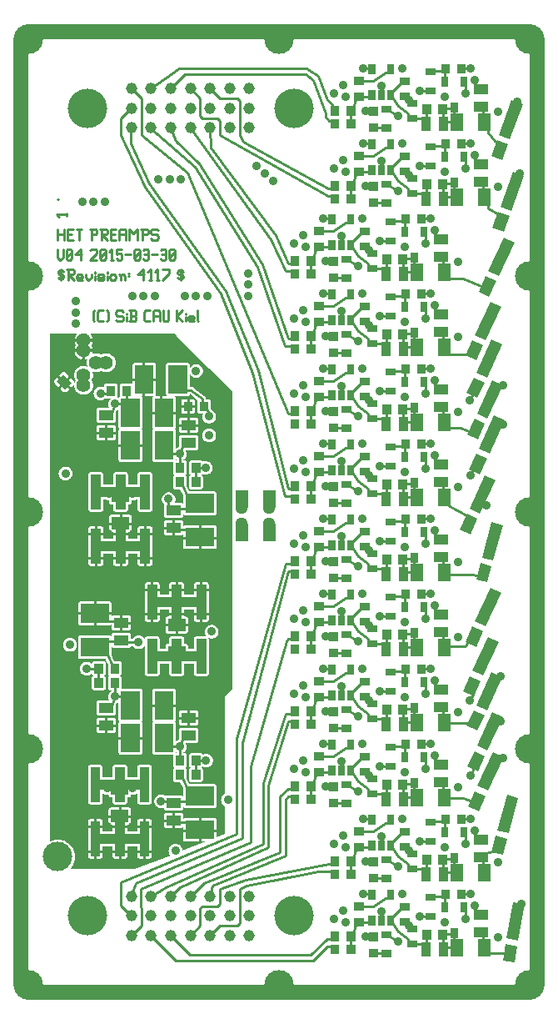
<source format=gbr>
G04 start of page 2 for group 0 idx 0 *
G04 Title: HETPREAMPS, component *
G04 Creator: pcb 1.99z *
G04 CreationDate: Do 09 Apr 2015 07:40:17 GMT UTC *
G04 For: stephan *
G04 Format: Gerber/RS-274X *
G04 PCB-Dimensions (mil): 2952.76 4724.41 *
G04 PCB-Coordinate-Origin: lower left *
%MOIN*%
%FSLAX25Y25*%
%LNCOMPONENT*%
%ADD35C,0.0236*%
%ADD34C,0.0256*%
%ADD33C,0.0240*%
%ADD32C,0.0276*%
%ADD31C,0.0866*%
%ADD30C,0.0157*%
%ADD29C,0.0550*%
%ADD28C,0.0512*%
%ADD27C,0.0354*%
%ADD26R,0.0750X0.0750*%
%ADD25R,0.0394X0.0394*%
%ADD24C,0.0591*%
%ADD23R,0.0500X0.0500*%
%ADD22R,0.0394X0.0394*%
%ADD21R,0.0280X0.0280*%
%ADD20R,0.0350X0.0350*%
%ADD19C,0.0553*%
%ADD18C,0.1181*%
%ADD17C,0.0472*%
%ADD16C,0.1575*%
%ADD15C,0.0453*%
%ADD14C,0.0098*%
%ADD13C,0.0098*%
%ADD12C,0.0100*%
%ADD11C,0.0001*%
G54D11*G36*
X106750Y245245D02*X108165Y245249D01*
X109254Y242935D01*
X109258Y239523D01*
X109177Y239618D01*
X109057Y239720D01*
X108923Y239802D01*
X108777Y239862D01*
X108624Y239899D01*
X108467Y239908D01*
X106750Y239906D01*
Y245245D01*
G37*
G36*
Y128245D02*X108165Y128249D01*
X109254Y125935D01*
X109258Y122523D01*
X109177Y122618D01*
X109057Y122720D01*
X108923Y122802D01*
X108777Y122862D01*
X108624Y122899D01*
X108467Y122908D01*
X106750Y122906D01*
Y128245D01*
G37*
G36*
X119746Y293695D02*X129000Y284441D01*
Y165441D01*
X126000Y162441D01*
Y123656D01*
X125995Y123654D01*
X125625Y123427D01*
X125295Y123146D01*
X125014Y122816D01*
X124787Y122446D01*
X124621Y122045D01*
X124520Y121623D01*
X124486Y121191D01*
X124520Y120758D01*
X124621Y120337D01*
X124787Y119936D01*
X125014Y119566D01*
X125295Y119236D01*
X125625Y118954D01*
X125995Y118728D01*
X126000Y118726D01*
Y107441D01*
X122746Y106176D01*
X122738Y113097D01*
X122701Y113250D01*
X122641Y113395D01*
X122559Y113529D01*
X122457Y113648D01*
X122338Y113750D01*
X122204Y113832D01*
X122059Y113892D01*
X121906Y113929D01*
X121750Y113938D01*
X119746Y113936D01*
Y117951D01*
X121906Y117953D01*
X122059Y117990D01*
X122204Y118050D01*
X122338Y118132D01*
X122457Y118234D01*
X122559Y118353D01*
X122641Y118487D01*
X122701Y118632D01*
X122738Y118785D01*
X122747Y118941D01*
X122738Y126597D01*
X122701Y126750D01*
X122641Y126895D01*
X122559Y127029D01*
X122457Y127148D01*
X122338Y127250D01*
X122204Y127332D01*
X122059Y127392D01*
X121906Y127429D01*
X121750Y127438D01*
X119746Y127436D01*
Y134474D01*
X119755Y134478D01*
X120125Y134704D01*
X120455Y134986D01*
X120736Y135316D01*
X120963Y135686D01*
X121129Y136087D01*
X121230Y136508D01*
X121256Y136941D01*
X121230Y137373D01*
X121129Y137795D01*
X120963Y138196D01*
X120736Y138566D01*
X120455Y138896D01*
X120125Y139177D01*
X119755Y139404D01*
X119746Y139408D01*
Y185874D01*
X119896Y185812D01*
X120318Y185711D01*
X120750Y185677D01*
X121182Y185711D01*
X121604Y185812D01*
X122005Y185978D01*
X122375Y186204D01*
X122705Y186486D01*
X122986Y186816D01*
X123213Y187186D01*
X123379Y187587D01*
X123480Y188008D01*
X123506Y188441D01*
X123480Y188873D01*
X123379Y189295D01*
X123213Y189696D01*
X122986Y190066D01*
X122705Y190396D01*
X122375Y190677D01*
X122005Y190904D01*
X121604Y191070D01*
X121182Y191171D01*
X120750Y191205D01*
X120318Y191171D01*
X119896Y191070D01*
X119746Y191008D01*
Y221451D01*
X121906Y221453D01*
X122059Y221490D01*
X122204Y221550D01*
X122338Y221632D01*
X122457Y221734D01*
X122559Y221853D01*
X122641Y221987D01*
X122701Y222132D01*
X122738Y222285D01*
X122747Y222441D01*
X122738Y230097D01*
X122701Y230250D01*
X122641Y230395D01*
X122559Y230529D01*
X122457Y230648D01*
X122338Y230750D01*
X122204Y230832D01*
X122059Y230892D01*
X121906Y230929D01*
X121750Y230938D01*
X119746Y230936D01*
Y234951D01*
X121906Y234953D01*
X122059Y234990D01*
X122204Y235050D01*
X122338Y235132D01*
X122457Y235234D01*
X122559Y235353D01*
X122641Y235487D01*
X122701Y235632D01*
X122738Y235785D01*
X122747Y235941D01*
X122738Y243597D01*
X122701Y243750D01*
X122641Y243895D01*
X122559Y244029D01*
X122457Y244148D01*
X122338Y244250D01*
X122204Y244332D01*
X122059Y244392D01*
X121906Y244429D01*
X121750Y244438D01*
X119746Y244436D01*
Y251625D01*
X119875Y251704D01*
X120205Y251986D01*
X120486Y252316D01*
X120713Y252686D01*
X120879Y253087D01*
X120980Y253508D01*
X121006Y253941D01*
X120980Y254373D01*
X120879Y254795D01*
X120713Y255196D01*
X120486Y255566D01*
X120205Y255896D01*
X119875Y256177D01*
X119746Y256257D01*
Y264177D01*
X119750Y264177D01*
X120182Y264211D01*
X120604Y264312D01*
X121005Y264478D01*
X121375Y264704D01*
X121705Y264986D01*
X121986Y265316D01*
X122213Y265686D01*
X122379Y266087D01*
X122480Y266508D01*
X122506Y266941D01*
X122480Y267373D01*
X122379Y267795D01*
X122213Y268196D01*
X121986Y268566D01*
X121705Y268896D01*
X121375Y269177D01*
X121005Y269404D01*
X120604Y269570D01*
X120182Y269671D01*
X119750Y269705D01*
X119746Y269705D01*
Y271677D01*
X119750Y271677D01*
X120182Y271711D01*
X120604Y271812D01*
X121005Y271978D01*
X121375Y272204D01*
X121705Y272486D01*
X121986Y272816D01*
X122213Y273186D01*
X122379Y273587D01*
X122480Y274008D01*
X122506Y274441D01*
X122480Y274873D01*
X122379Y275295D01*
X122213Y275696D01*
X121986Y276066D01*
X121705Y276396D01*
X121375Y276677D01*
X121005Y276904D01*
X120604Y277070D01*
X120560Y277081D01*
X120445Y277505D01*
X120438Y280547D01*
X120401Y280700D01*
X120341Y280845D01*
X120259Y280979D01*
X120157Y281098D01*
X120038Y281200D01*
X119904Y281282D01*
X119759Y281342D01*
X119746Y281345D01*
Y293695D01*
G37*
G36*
Y256257D02*X119505Y256404D01*
X119104Y256570D01*
X118682Y256671D01*
X118250Y256705D01*
X117818Y256671D01*
X117396Y256570D01*
X117043Y256424D01*
X117009Y256479D01*
X116907Y256598D01*
X116788Y256700D01*
X116654Y256782D01*
X116509Y256842D01*
X116479Y256849D01*
Y275495D01*
X117205Y275497D01*
X117121Y275295D01*
X117020Y274873D01*
X116986Y274441D01*
X117020Y274008D01*
X117121Y273587D01*
X117287Y273186D01*
X117514Y272816D01*
X117795Y272486D01*
X118125Y272204D01*
X118495Y271978D01*
X118896Y271812D01*
X119318Y271711D01*
X119746Y271677D01*
Y269705D01*
X119318Y269671D01*
X118896Y269570D01*
X118495Y269404D01*
X118125Y269177D01*
X117795Y268896D01*
X117514Y268566D01*
X117287Y268196D01*
X117121Y267795D01*
X117020Y267373D01*
X116986Y266941D01*
X117020Y266508D01*
X117121Y266087D01*
X117287Y265686D01*
X117514Y265316D01*
X117795Y264986D01*
X118125Y264704D01*
X118495Y264478D01*
X118896Y264312D01*
X119318Y264211D01*
X119746Y264177D01*
Y256257D01*
G37*
G36*
Y244436D02*X116479Y244434D01*
Y245283D01*
X116509Y245290D01*
X116654Y245350D01*
X116788Y245432D01*
X116907Y245534D01*
X117009Y245653D01*
X117091Y245787D01*
X117151Y245932D01*
X117188Y246084D01*
X117197Y246241D01*
X117188Y250297D01*
X117151Y250450D01*
X117091Y250595D01*
X117009Y250729D01*
X116907Y250848D01*
X116788Y250950D01*
X116654Y251032D01*
X116572Y251066D01*
X116654Y251100D01*
X116788Y251182D01*
X116907Y251284D01*
X117009Y251403D01*
X117043Y251458D01*
X117396Y251312D01*
X117818Y251211D01*
X118250Y251177D01*
X118682Y251211D01*
X119104Y251312D01*
X119505Y251478D01*
X119746Y251625D01*
Y244436D01*
G37*
G36*
Y230936D02*X116479Y230934D01*
Y234949D01*
X119746Y234951D01*
Y230936D01*
G37*
G36*
Y191008D02*X119495Y190904D01*
X119125Y190677D01*
X118795Y190396D01*
X118514Y190066D01*
X118287Y189696D01*
X118121Y189295D01*
X118020Y188873D01*
X117986Y188441D01*
X118020Y188008D01*
X118121Y187587D01*
X118287Y187186D01*
X118514Y186816D01*
X118795Y186486D01*
X118812Y186472D01*
X118718Y186495D01*
X118561Y186504D01*
X116479Y186499D01*
Y192382D01*
X118718Y192387D01*
X118871Y192424D01*
X119016Y192484D01*
X119151Y192566D01*
X119270Y192669D01*
X119373Y192788D01*
X119455Y192923D01*
X119515Y193068D01*
X119552Y193221D01*
X119561Y193378D01*
X119552Y207314D01*
X119515Y207467D01*
X119455Y207613D01*
X119373Y207747D01*
X119270Y207867D01*
X119151Y207969D01*
X119016Y208051D01*
X118871Y208111D01*
X118718Y208148D01*
X118561Y208157D01*
X116479Y208153D01*
Y221449D01*
X119746Y221451D01*
Y191008D01*
G37*
G36*
Y139408D02*X119354Y139570D01*
X118932Y139671D01*
X118500Y139705D01*
X118068Y139671D01*
X117646Y139570D01*
X117245Y139404D01*
X117103Y139317D01*
X117091Y139345D01*
X117009Y139479D01*
X116907Y139598D01*
X116788Y139700D01*
X116654Y139782D01*
X116509Y139842D01*
X116479Y139849D01*
Y170729D01*
X118718Y170734D01*
X118871Y170770D01*
X119016Y170831D01*
X119151Y170913D01*
X119270Y171015D01*
X119373Y171135D01*
X119455Y171269D01*
X119515Y171414D01*
X119552Y171567D01*
X119561Y171724D01*
X119552Y185661D01*
X119515Y185814D01*
X119455Y185959D01*
X119412Y186028D01*
X119495Y185978D01*
X119746Y185874D01*
Y139408D01*
G37*
G36*
Y127436D02*X116479Y127434D01*
Y128283D01*
X116509Y128290D01*
X116654Y128350D01*
X116788Y128432D01*
X116907Y128534D01*
X117009Y128653D01*
X117091Y128787D01*
X117151Y128932D01*
X117188Y129084D01*
X117197Y129241D01*
X117188Y133297D01*
X117151Y133450D01*
X117091Y133595D01*
X117009Y133729D01*
X116907Y133848D01*
X116788Y133950D01*
X116654Y134032D01*
X116572Y134066D01*
X116654Y134100D01*
X116788Y134182D01*
X116907Y134284D01*
X117009Y134403D01*
X117091Y134537D01*
X117103Y134565D01*
X117245Y134478D01*
X117646Y134312D01*
X118068Y134211D01*
X118500Y134177D01*
X118932Y134211D01*
X119354Y134312D01*
X119746Y134474D01*
Y127436D01*
G37*
G36*
Y113936D02*X116479Y113934D01*
Y117949D01*
X119746Y117951D01*
Y113936D01*
G37*
G36*
X116479Y296961D02*X119746Y293695D01*
Y281345D01*
X119606Y281379D01*
X119450Y281388D01*
X118479Y281385D01*
X118480Y281392D01*
X118469Y281625D01*
X118464Y281652D01*
X118463Y281673D01*
X118441Y281762D01*
X118423Y281852D01*
X118414Y281875D01*
X118408Y281899D01*
X118373Y281984D01*
X118341Y282070D01*
X118329Y282091D01*
X118320Y282113D01*
X118271Y282192D01*
X118226Y282272D01*
X118211Y282291D01*
X118198Y282311D01*
X118138Y282381D01*
X118081Y282453D01*
X118065Y282467D01*
X118047Y282488D01*
X117870Y282639D01*
X117842Y282657D01*
X116479Y283716D01*
Y290765D01*
X116736Y291066D01*
X116963Y291436D01*
X117129Y291837D01*
X117230Y292258D01*
X117256Y292691D01*
X117230Y293123D01*
X117129Y293545D01*
X116963Y293946D01*
X116736Y294316D01*
X116479Y294617D01*
Y296961D01*
G37*
G36*
Y283716D02*X113433Y286086D01*
X113370Y286139D01*
X113263Y286205D01*
X113215Y286238D01*
X113193Y286248D01*
X113172Y286260D01*
X113087Y286296D01*
X113003Y286334D01*
X112980Y286340D01*
X112958Y286349D01*
X112868Y286371D01*
X112779Y286395D01*
X112755Y286398D01*
X112732Y286404D01*
X112674Y286407D01*
X112548Y286421D01*
X112467Y286417D01*
X111995D01*
X111991Y291548D01*
X112037Y291436D01*
X112264Y291066D01*
X112545Y290736D01*
X112875Y290454D01*
X113245Y290228D01*
X113646Y290062D01*
X114068Y289961D01*
X114500Y289927D01*
X114932Y289961D01*
X115354Y290062D01*
X115755Y290228D01*
X116125Y290454D01*
X116455Y290736D01*
X116479Y290765D01*
Y283716D01*
G37*
G36*
Y244434D02*X111813Y244430D01*
X111500Y245096D01*
Y260978D01*
X114624Y260983D01*
X114777Y261019D01*
X114923Y261080D01*
X115057Y261162D01*
X115177Y261264D01*
X115279Y261384D01*
X115361Y261518D01*
X115421Y261663D01*
X115458Y261817D01*
X115467Y261973D01*
X115458Y266065D01*
X115421Y266218D01*
X115361Y266364D01*
X115279Y266498D01*
X115177Y266618D01*
X115057Y266720D01*
X114923Y266802D01*
X114777Y266862D01*
X114624Y266899D01*
X114467Y266908D01*
X111500Y266904D01*
Y267978D01*
X114624Y267983D01*
X114777Y268019D01*
X114923Y268080D01*
X115057Y268162D01*
X115177Y268264D01*
X115279Y268384D01*
X115361Y268518D01*
X115421Y268663D01*
X115458Y268817D01*
X115467Y268973D01*
X115458Y273065D01*
X115421Y273218D01*
X115361Y273364D01*
X115279Y273498D01*
X115177Y273618D01*
X115057Y273720D01*
X114923Y273802D01*
X114777Y273862D01*
X114624Y273899D01*
X114467Y273908D01*
X111500Y273904D01*
Y275499D01*
X113206Y275503D01*
X113359Y275540D01*
X113504Y275600D01*
X113638Y275682D01*
X113757Y275784D01*
X113859Y275903D01*
X113941Y276037D01*
X114001Y276182D01*
X114038Y276334D01*
X114047Y276491D01*
X114038Y280547D01*
X114001Y280700D01*
X113941Y280845D01*
X113859Y280979D01*
X113757Y281098D01*
X113638Y281200D01*
X113504Y281282D01*
X113359Y281342D01*
X113206Y281379D01*
X113050Y281388D01*
X111500Y281384D01*
Y282578D01*
X111588Y282632D01*
X111707Y282734D01*
X111809Y282853D01*
X111891Y282987D01*
X111951Y283132D01*
X111988Y283285D01*
X111997Y283441D01*
X111997Y283462D01*
X115160Y281001D01*
X115141Y280979D01*
X115059Y280845D01*
X114999Y280700D01*
X114962Y280547D01*
X114953Y280391D01*
X114962Y276334D01*
X114999Y276182D01*
X115059Y276037D01*
X115141Y275903D01*
X115243Y275784D01*
X115362Y275682D01*
X115496Y275600D01*
X115641Y275540D01*
X115794Y275503D01*
X115950Y275494D01*
X116479Y275495D01*
Y256849D01*
X116356Y256879D01*
X116200Y256888D01*
X112544Y256879D01*
X112391Y256842D01*
X112246Y256782D01*
X112112Y256700D01*
X111993Y256598D01*
X111891Y256479D01*
X111809Y256345D01*
X111749Y256200D01*
X111712Y256047D01*
X111703Y255891D01*
X111712Y251834D01*
X111749Y251682D01*
X111809Y251537D01*
X111891Y251403D01*
X111993Y251284D01*
X112112Y251182D01*
X112246Y251100D01*
X112328Y251066D01*
X112246Y251032D01*
X112112Y250950D01*
X111993Y250848D01*
X111891Y250729D01*
X111809Y250595D01*
X111749Y250450D01*
X111712Y250297D01*
X111703Y250141D01*
X111712Y246084D01*
X111749Y245932D01*
X111809Y245787D01*
X111891Y245653D01*
X111993Y245534D01*
X112112Y245432D01*
X112246Y245350D01*
X112391Y245290D01*
X112544Y245253D01*
X112700Y245244D01*
X116356Y245253D01*
X116479Y245283D01*
Y244434D01*
G37*
G36*
Y230934D02*X111500Y230930D01*
Y234945D01*
X116479Y234949D01*
Y230934D01*
G37*
G36*
Y208153D02*X114467Y208148D01*
X114314Y208111D01*
X114169Y208051D01*
X114034Y207969D01*
X113915Y207867D01*
X113813Y207747D01*
X113730Y207613D01*
X113670Y207467D01*
X113633Y207314D01*
X113624Y207157D01*
X113627Y203235D01*
X111500Y203234D01*
Y221445D01*
X116479Y221449D01*
Y208153D01*
G37*
G36*
Y186499D02*X114467Y186495D01*
X114314Y186458D01*
X114169Y186398D01*
X114034Y186315D01*
X113915Y186213D01*
X113813Y186094D01*
X113730Y185959D01*
X113670Y185814D01*
X113633Y185661D01*
X113624Y185504D01*
X113627Y181581D01*
X111500Y181580D01*
Y197306D01*
X113631Y197307D01*
X113633Y193221D01*
X113670Y193068D01*
X113730Y192923D01*
X113813Y192788D01*
X113915Y192669D01*
X114034Y192566D01*
X114169Y192484D01*
X114314Y192424D01*
X114467Y192387D01*
X114624Y192378D01*
X116479Y192382D01*
Y186499D01*
G37*
G36*
Y127434D02*X111813Y127430D01*
X111500Y128096D01*
Y143978D01*
X114624Y143983D01*
X114777Y144019D01*
X114923Y144080D01*
X115057Y144162D01*
X115177Y144264D01*
X115279Y144384D01*
X115361Y144518D01*
X115421Y144663D01*
X115458Y144817D01*
X115467Y144973D01*
X115458Y149065D01*
X115421Y149218D01*
X115361Y149364D01*
X115279Y149498D01*
X115177Y149618D01*
X115057Y149720D01*
X114923Y149802D01*
X114777Y149862D01*
X114624Y149899D01*
X114467Y149908D01*
X111500Y149904D01*
Y150978D01*
X114624Y150983D01*
X114777Y151019D01*
X114923Y151080D01*
X115057Y151162D01*
X115177Y151264D01*
X115279Y151384D01*
X115361Y151518D01*
X115421Y151663D01*
X115458Y151817D01*
X115467Y151973D01*
X115458Y156065D01*
X115421Y156218D01*
X115361Y156364D01*
X115279Y156498D01*
X115177Y156618D01*
X115057Y156720D01*
X114923Y156802D01*
X114777Y156862D01*
X114624Y156899D01*
X114467Y156908D01*
X111500Y156904D01*
Y175652D01*
X113631Y175653D01*
X113633Y171567D01*
X113670Y171414D01*
X113730Y171269D01*
X113813Y171135D01*
X113915Y171015D01*
X114034Y170913D01*
X114169Y170831D01*
X114314Y170770D01*
X114467Y170734D01*
X114624Y170724D01*
X116479Y170729D01*
Y139849D01*
X116356Y139879D01*
X116200Y139888D01*
X112544Y139879D01*
X112391Y139842D01*
X112246Y139782D01*
X112112Y139700D01*
X111993Y139598D01*
X111891Y139479D01*
X111809Y139345D01*
X111749Y139200D01*
X111712Y139047D01*
X111703Y138891D01*
X111712Y134834D01*
X111749Y134682D01*
X111809Y134537D01*
X111891Y134403D01*
X111993Y134284D01*
X112112Y134182D01*
X112246Y134100D01*
X112328Y134066D01*
X112246Y134032D01*
X112112Y133950D01*
X111993Y133848D01*
X111891Y133729D01*
X111809Y133595D01*
X111749Y133450D01*
X111712Y133297D01*
X111703Y133141D01*
X111712Y129084D01*
X111749Y128932D01*
X111809Y128787D01*
X111891Y128653D01*
X111993Y128534D01*
X112112Y128432D01*
X112246Y128350D01*
X112391Y128290D01*
X112544Y128253D01*
X112700Y128244D01*
X116356Y128253D01*
X116479Y128283D01*
Y127434D01*
G37*
G36*
Y113934D02*X111500Y113930D01*
Y117945D01*
X116479Y117949D01*
Y113934D01*
G37*
G36*
X111500Y301941D02*X116479Y296961D01*
Y294617D01*
X116455Y294646D01*
X116125Y294927D01*
X115755Y295154D01*
X115354Y295320D01*
X114932Y295421D01*
X114500Y295455D01*
X114068Y295421D01*
X113646Y295320D01*
X113245Y295154D01*
X112875Y294927D01*
X112545Y294646D01*
X112264Y294316D01*
X112037Y293946D01*
X111989Y293830D01*
X111988Y295097D01*
X111951Y295250D01*
X111891Y295395D01*
X111809Y295529D01*
X111707Y295648D01*
X111588Y295750D01*
X111500Y295804D01*
Y301941D01*
G37*
G36*
Y266904D02*X108376Y266899D01*
X108223Y266862D01*
X108077Y266802D01*
X107943Y266720D01*
X107823Y266618D01*
X107721Y266498D01*
X107639Y266364D01*
X107579Y266218D01*
X107542Y266065D01*
X107532Y265908D01*
X107540Y262729D01*
X107335Y262116D01*
X107146Y262070D01*
X106750Y261906D01*
Y282448D01*
X111156Y282453D01*
X111309Y282490D01*
X111454Y282550D01*
X111500Y282578D01*
Y281384D01*
X109394Y281379D01*
X109241Y281342D01*
X109096Y281282D01*
X108962Y281200D01*
X108843Y281098D01*
X108741Y280979D01*
X108659Y280845D01*
X108599Y280700D01*
X108562Y280547D01*
X108553Y280391D01*
X108562Y276334D01*
X108599Y276182D01*
X108659Y276037D01*
X108741Y275903D01*
X108843Y275784D01*
X108962Y275682D01*
X109096Y275600D01*
X109241Y275540D01*
X109394Y275503D01*
X109550Y275494D01*
X111500Y275499D01*
Y273904D01*
X108376Y273899D01*
X108223Y273862D01*
X108077Y273802D01*
X107943Y273720D01*
X107823Y273618D01*
X107721Y273498D01*
X107639Y273364D01*
X107579Y273218D01*
X107542Y273065D01*
X107532Y272908D01*
X107542Y268817D01*
X107579Y268663D01*
X107639Y268518D01*
X107721Y268384D01*
X107823Y268264D01*
X107943Y268162D01*
X108077Y268080D01*
X108223Y268019D01*
X108376Y267983D01*
X108532Y267973D01*
X111500Y267978D01*
Y266904D01*
G37*
G36*
Y245096D02*X110796Y246591D01*
X110788Y250297D01*
X110751Y250450D01*
X110691Y250595D01*
X110609Y250729D01*
X110507Y250848D01*
X110388Y250950D01*
X110254Y251032D01*
X110172Y251066D01*
X110254Y251100D01*
X110388Y251182D01*
X110507Y251284D01*
X110609Y251403D01*
X110691Y251537D01*
X110751Y251682D01*
X110788Y251834D01*
X110797Y251991D01*
X110788Y256047D01*
X110751Y256200D01*
X110691Y256345D01*
X110609Y256479D01*
X110507Y256598D01*
X110388Y256700D01*
X110254Y256782D01*
X110109Y256842D01*
X109956Y256879D01*
X109800Y256888D01*
X109476Y256887D01*
Y257113D01*
X109625Y257204D01*
X109955Y257486D01*
X110236Y257816D01*
X110463Y258186D01*
X110629Y258587D01*
X110730Y259008D01*
X110756Y259441D01*
X110730Y259873D01*
X110629Y260295D01*
X110463Y260696D01*
X110291Y260976D01*
X111500Y260978D01*
Y245096D01*
G37*
G36*
Y230930D02*X110094Y230929D01*
X109941Y230892D01*
X109796Y230832D01*
X109662Y230750D01*
X109543Y230648D01*
X109462Y230553D01*
X109458Y232065D01*
X109421Y232218D01*
X109361Y232364D01*
X109279Y232498D01*
X109177Y232618D01*
X109057Y232720D01*
X108923Y232802D01*
X108777Y232862D01*
X108624Y232899D01*
X108467Y232908D01*
X106750Y232906D01*
Y233980D01*
X108624Y233983D01*
X108777Y234019D01*
X108923Y234080D01*
X109057Y234162D01*
X109177Y234264D01*
X109279Y234384D01*
X109361Y234518D01*
X109421Y234663D01*
X109458Y234817D01*
X109467Y234973D01*
X109467Y235323D01*
X109543Y235234D01*
X109662Y235132D01*
X109796Y235050D01*
X109941Y234990D01*
X110094Y234953D01*
X110250Y234944D01*
X111500Y234945D01*
Y230930D01*
G37*
G36*
Y203234D02*X109712Y203233D01*
X109709Y207314D01*
X109672Y207467D01*
X109612Y207613D01*
X109530Y207747D01*
X109428Y207867D01*
X109308Y207969D01*
X109174Y208051D01*
X109028Y208111D01*
X108875Y208148D01*
X108718Y208157D01*
X106750Y208153D01*
Y226980D01*
X108624Y226983D01*
X108777Y227019D01*
X108923Y227080D01*
X109057Y227162D01*
X109177Y227264D01*
X109256Y227357D01*
X109262Y222285D01*
X109299Y222132D01*
X109359Y221987D01*
X109441Y221853D01*
X109543Y221734D01*
X109662Y221632D01*
X109796Y221550D01*
X109941Y221490D01*
X110094Y221453D01*
X110250Y221444D01*
X111500Y221445D01*
Y203234D01*
G37*
G36*
Y181580D02*X111240Y181580D01*
X111238Y182847D01*
X111201Y183000D01*
X111141Y183145D01*
X111059Y183279D01*
X110957Y183398D01*
X110838Y183500D01*
X110704Y183582D01*
X110559Y183642D01*
X110406Y183679D01*
X110250Y183688D01*
X109711Y183687D01*
X109709Y185661D01*
X109672Y185814D01*
X109612Y185959D01*
X109530Y186094D01*
X109428Y186213D01*
X109308Y186315D01*
X109174Y186398D01*
X109028Y186458D01*
X108875Y186495D01*
X108718Y186504D01*
X106750Y186499D01*
Y187698D01*
X110406Y187703D01*
X110559Y187740D01*
X110704Y187800D01*
X110838Y187882D01*
X110957Y187984D01*
X111059Y188103D01*
X111141Y188237D01*
X111201Y188382D01*
X111238Y188535D01*
X111247Y188691D01*
X111238Y193847D01*
X111201Y194000D01*
X111141Y194145D01*
X111059Y194279D01*
X110957Y194398D01*
X110838Y194500D01*
X110704Y194582D01*
X110559Y194642D01*
X110406Y194679D01*
X110250Y194688D01*
X109718Y194687D01*
X109716Y197305D01*
X111500Y197306D01*
Y181580D01*
G37*
G36*
Y149904D02*X108376Y149899D01*
X108223Y149862D01*
X108077Y149802D01*
X107943Y149720D01*
X107823Y149618D01*
X107721Y149498D01*
X107639Y149364D01*
X107579Y149218D01*
X107542Y149065D01*
X107532Y148908D01*
X107540Y145729D01*
X107335Y145116D01*
X107146Y145070D01*
X106750Y144906D01*
Y170729D01*
X108875Y170734D01*
X109028Y170770D01*
X109174Y170831D01*
X109308Y170913D01*
X109428Y171015D01*
X109530Y171135D01*
X109612Y171269D01*
X109672Y171414D01*
X109709Y171567D01*
X109718Y171724D01*
X109716Y175652D01*
X111500Y175652D01*
Y156904D01*
X108376Y156899D01*
X108223Y156862D01*
X108077Y156802D01*
X107943Y156720D01*
X107823Y156618D01*
X107721Y156498D01*
X107639Y156364D01*
X107579Y156218D01*
X107542Y156065D01*
X107532Y155908D01*
X107542Y151817D01*
X107579Y151663D01*
X107639Y151518D01*
X107721Y151384D01*
X107823Y151264D01*
X107943Y151162D01*
X108077Y151080D01*
X108223Y151019D01*
X108376Y150983D01*
X108532Y150973D01*
X111500Y150978D01*
Y149904D01*
G37*
G36*
Y128096D02*X110796Y129591D01*
X110788Y133297D01*
X110751Y133450D01*
X110691Y133595D01*
X110609Y133729D01*
X110507Y133848D01*
X110388Y133950D01*
X110254Y134032D01*
X110172Y134066D01*
X110254Y134100D01*
X110388Y134182D01*
X110507Y134284D01*
X110609Y134403D01*
X110691Y134537D01*
X110751Y134682D01*
X110788Y134834D01*
X110797Y134991D01*
X110788Y139047D01*
X110751Y139200D01*
X110691Y139345D01*
X110609Y139479D01*
X110507Y139598D01*
X110388Y139700D01*
X110254Y139782D01*
X110109Y139842D01*
X109956Y139879D01*
X109800Y139888D01*
X109476Y139887D01*
Y140113D01*
X109625Y140204D01*
X109955Y140486D01*
X110236Y140816D01*
X110463Y141186D01*
X110629Y141587D01*
X110730Y142008D01*
X110756Y142441D01*
X110730Y142873D01*
X110629Y143295D01*
X110463Y143696D01*
X110291Y143976D01*
X111500Y143978D01*
Y128096D01*
G37*
G36*
Y113930D02*X110094Y113929D01*
X109941Y113892D01*
X109796Y113832D01*
X109662Y113750D01*
X109543Y113648D01*
X109462Y113553D01*
X109458Y115065D01*
X109421Y115218D01*
X109361Y115364D01*
X109279Y115498D01*
X109177Y115618D01*
X109057Y115720D01*
X108923Y115802D01*
X108777Y115862D01*
X108624Y115899D01*
X108467Y115908D01*
X106750Y115906D01*
Y116980D01*
X108624Y116983D01*
X108777Y117019D01*
X108923Y117080D01*
X109057Y117162D01*
X109177Y117264D01*
X109279Y117384D01*
X109361Y117518D01*
X109421Y117663D01*
X109458Y117817D01*
X109467Y117973D01*
X109467Y118323D01*
X109543Y118234D01*
X109662Y118132D01*
X109796Y118050D01*
X109941Y117990D01*
X110094Y117953D01*
X110250Y117944D01*
X111500Y117945D01*
Y113930D01*
G37*
G36*
X106750Y306691D02*X111500Y301941D01*
Y295804D01*
X111454Y295832D01*
X111309Y295892D01*
X111156Y295929D01*
X111000Y295938D01*
X106750Y295933D01*
Y306691D01*
G37*
G36*
Y109980D02*X108624Y109983D01*
X108777Y110019D01*
X108923Y110080D01*
X109057Y110162D01*
X109177Y110264D01*
X109256Y110357D01*
X109262Y105285D01*
X109299Y105132D01*
X109359Y104987D01*
X109441Y104853D01*
X109543Y104734D01*
X109662Y104632D01*
X109796Y104550D01*
X109941Y104490D01*
X110094Y104453D01*
X110250Y104444D01*
X118310Y104450D01*
X108999Y100830D01*
X109006Y100941D01*
X108980Y101373D01*
X108879Y101795D01*
X108713Y102196D01*
X108486Y102566D01*
X108205Y102896D01*
X107875Y103177D01*
X107505Y103404D01*
X107104Y103570D01*
X106750Y103655D01*
Y109980D01*
G37*
G36*
Y261906D02*X106745Y261904D01*
X106493Y261750D01*
X106488Y268847D01*
X106451Y269000D01*
X106391Y269145D01*
X106309Y269279D01*
X106207Y269398D01*
X106157Y269441D01*
X106207Y269484D01*
X106309Y269603D01*
X106391Y269737D01*
X106451Y269882D01*
X106488Y270035D01*
X106497Y270191D01*
X106488Y281847D01*
X106451Y282000D01*
X106391Y282145D01*
X106309Y282279D01*
X106207Y282398D01*
X106150Y282447D01*
X106750Y282448D01*
Y261906D01*
G37*
G36*
X84250Y256226D02*X84344Y256203D01*
X84500Y256194D01*
X92156Y256203D01*
X92309Y256240D01*
X92454Y256300D01*
X92588Y256382D01*
X92707Y256484D01*
X92809Y256603D01*
X92891Y256737D01*
X92951Y256882D01*
X92988Y257035D01*
X92997Y257191D01*
X92988Y268847D01*
X92951Y269000D01*
X92891Y269145D01*
X92809Y269279D01*
X92707Y269398D01*
X92657Y269441D01*
X92707Y269484D01*
X92809Y269603D01*
X92891Y269737D01*
X92951Y269882D01*
X92988Y270035D01*
X92997Y270191D01*
X92988Y281847D01*
X92951Y282000D01*
X92891Y282145D01*
X92809Y282279D01*
X92707Y282398D01*
X92650Y282447D01*
X97357Y282453D01*
X97293Y282398D01*
X97191Y282279D01*
X97109Y282145D01*
X97049Y282000D01*
X97012Y281847D01*
X97003Y281691D01*
X97012Y270035D01*
X97049Y269882D01*
X97109Y269737D01*
X97191Y269603D01*
X97293Y269484D01*
X97343Y269441D01*
X97293Y269398D01*
X97191Y269279D01*
X97109Y269145D01*
X97049Y269000D01*
X97012Y268847D01*
X97003Y268691D01*
X97012Y257035D01*
X97049Y256882D01*
X97109Y256737D01*
X97191Y256603D01*
X97293Y256484D01*
X97412Y256382D01*
X97546Y256300D01*
X97691Y256240D01*
X97844Y256203D01*
X98000Y256194D01*
X105350Y256203D01*
X105349Y256200D01*
X105312Y256047D01*
X105303Y255891D01*
X105312Y251834D01*
X105349Y251682D01*
X105409Y251537D01*
X105491Y251403D01*
X105593Y251284D01*
X105712Y251182D01*
X105846Y251100D01*
X105928Y251066D01*
X105846Y251032D01*
X105712Y250950D01*
X105593Y250848D01*
X105491Y250729D01*
X105409Y250595D01*
X105349Y250450D01*
X105312Y250297D01*
X105303Y250141D01*
X105312Y246084D01*
X105349Y245932D01*
X105409Y245787D01*
X105491Y245653D01*
X105593Y245534D01*
X105712Y245432D01*
X105846Y245350D01*
X105991Y245290D01*
X106144Y245253D01*
X106300Y245244D01*
X106750Y245245D01*
Y239906D01*
X105791Y239904D01*
X105963Y240186D01*
X106129Y240587D01*
X106230Y241008D01*
X106256Y241441D01*
X106230Y241873D01*
X106129Y242295D01*
X105963Y242696D01*
X105736Y243066D01*
X105455Y243396D01*
X105125Y243677D01*
X104755Y243904D01*
X104354Y244070D01*
X103932Y244171D01*
X103500Y244205D01*
X103068Y244171D01*
X102646Y244070D01*
X102245Y243904D01*
X101875Y243677D01*
X101545Y243396D01*
X101264Y243066D01*
X101037Y242696D01*
X100871Y242295D01*
X100770Y241873D01*
X100736Y241441D01*
X100770Y241008D01*
X100871Y240587D01*
X101037Y240186D01*
X101264Y239816D01*
X101545Y239486D01*
X101656Y239392D01*
X101639Y239364D01*
X101579Y239218D01*
X101542Y239065D01*
X101532Y238908D01*
X101542Y234817D01*
X101579Y234663D01*
X101639Y234518D01*
X101721Y234384D01*
X101823Y234264D01*
X101943Y234162D01*
X102077Y234080D01*
X102223Y234019D01*
X102376Y233983D01*
X102532Y233973D01*
X106750Y233980D01*
Y232906D01*
X102376Y232899D01*
X102223Y232862D01*
X102077Y232802D01*
X101943Y232720D01*
X101823Y232618D01*
X101721Y232498D01*
X101639Y232364D01*
X101579Y232218D01*
X101542Y232065D01*
X101532Y231908D01*
X101542Y227817D01*
X101579Y227663D01*
X101639Y227518D01*
X101721Y227384D01*
X101823Y227264D01*
X101943Y227162D01*
X102077Y227080D01*
X102223Y227019D01*
X102376Y226983D01*
X102532Y226973D01*
X106750Y226980D01*
Y208153D01*
X104625Y208148D01*
X104472Y208111D01*
X104326Y208051D01*
X104192Y207969D01*
X104072Y207867D01*
X103970Y207747D01*
X103888Y207613D01*
X103828Y207467D01*
X103791Y207314D01*
X103781Y207157D01*
X103784Y203230D01*
X99869Y203228D01*
X99867Y207314D01*
X99830Y207467D01*
X99770Y207613D01*
X99687Y207747D01*
X99585Y207867D01*
X99466Y207969D01*
X99331Y208051D01*
X99186Y208111D01*
X99033Y208148D01*
X98876Y208157D01*
X94782Y208148D01*
X94629Y208111D01*
X94484Y208051D01*
X94349Y207969D01*
X94230Y207867D01*
X94127Y207747D01*
X94045Y207613D01*
X93985Y207467D01*
X93948Y207314D01*
X93939Y207157D01*
X93948Y193221D01*
X93985Y193068D01*
X94045Y192923D01*
X94127Y192788D01*
X94230Y192669D01*
X94349Y192566D01*
X94484Y192484D01*
X94629Y192424D01*
X94782Y192387D01*
X94939Y192378D01*
X99033Y192387D01*
X99186Y192424D01*
X99331Y192484D01*
X99466Y192566D01*
X99585Y192669D01*
X99687Y192788D01*
X99770Y192923D01*
X99830Y193068D01*
X99867Y193221D01*
X99876Y193378D01*
X99873Y197301D01*
X103788Y197302D01*
X103790Y194680D01*
X103094Y194679D01*
X102941Y194642D01*
X102796Y194582D01*
X102662Y194500D01*
X102543Y194398D01*
X102441Y194279D01*
X102359Y194145D01*
X102299Y194000D01*
X102262Y193847D01*
X102253Y193691D01*
X102262Y188535D01*
X102299Y188382D01*
X102359Y188237D01*
X102441Y188103D01*
X102543Y187984D01*
X102662Y187882D01*
X102796Y187800D01*
X102941Y187740D01*
X103094Y187703D01*
X103250Y187694D01*
X106750Y187698D01*
Y186499D01*
X104625Y186495D01*
X104472Y186458D01*
X104326Y186398D01*
X104192Y186315D01*
X104072Y186213D01*
X103970Y186094D01*
X103888Y185959D01*
X103828Y185814D01*
X103791Y185661D01*
X103781Y185504D01*
X103783Y183680D01*
X103094Y183679D01*
X102941Y183642D01*
X102796Y183582D01*
X102662Y183500D01*
X102543Y183398D01*
X102441Y183279D01*
X102359Y183145D01*
X102299Y183000D01*
X102262Y182847D01*
X102253Y182691D01*
X102255Y181576D01*
X99869Y181575D01*
X99867Y185661D01*
X99830Y185814D01*
X99770Y185959D01*
X99687Y186094D01*
X99585Y186213D01*
X99466Y186315D01*
X99331Y186398D01*
X99186Y186458D01*
X99033Y186495D01*
X98876Y186504D01*
X94782Y186495D01*
X94629Y186458D01*
X94484Y186398D01*
X94349Y186315D01*
X94230Y186213D01*
X94127Y186094D01*
X94045Y185959D01*
X93985Y185814D01*
X93948Y185661D01*
X93939Y185504D01*
X93939Y185485D01*
X93736Y185816D01*
X93455Y186146D01*
X93125Y186427D01*
X92755Y186654D01*
X92354Y186820D01*
X91932Y186921D01*
X91500Y186955D01*
X91068Y186921D01*
X90646Y186820D01*
X90245Y186654D01*
X89875Y186427D01*
X89545Y186146D01*
X89264Y185816D01*
X89173Y185667D01*
X88461D01*
X88458Y187065D01*
X88421Y187218D01*
X88361Y187364D01*
X88279Y187498D01*
X88177Y187618D01*
X88057Y187720D01*
X87923Y187802D01*
X87777Y187862D01*
X87624Y187899D01*
X87467Y187908D01*
X84250Y187904D01*
Y188978D01*
X87624Y188983D01*
X87777Y189019D01*
X87923Y189080D01*
X88057Y189162D01*
X88177Y189264D01*
X88279Y189384D01*
X88361Y189518D01*
X88421Y189663D01*
X88458Y189817D01*
X88467Y189973D01*
X88458Y194065D01*
X88421Y194218D01*
X88361Y194364D01*
X88279Y194498D01*
X88177Y194618D01*
X88057Y194720D01*
X87923Y194802D01*
X87777Y194862D01*
X87624Y194899D01*
X87467Y194908D01*
X84250Y194904D01*
Y214729D01*
X86375Y214734D01*
X86528Y214770D01*
X86674Y214831D01*
X86808Y214913D01*
X86928Y215015D01*
X87030Y215135D01*
X87112Y215269D01*
X87172Y215414D01*
X87209Y215567D01*
X87218Y215724D01*
X87216Y219652D01*
X91131Y219653D01*
X91133Y215567D01*
X91170Y215414D01*
X91230Y215269D01*
X91313Y215135D01*
X91415Y215015D01*
X91534Y214913D01*
X91669Y214831D01*
X91814Y214770D01*
X91967Y214734D01*
X92124Y214724D01*
X96218Y214734D01*
X96371Y214770D01*
X96516Y214831D01*
X96651Y214913D01*
X96770Y215015D01*
X96873Y215135D01*
X96955Y215269D01*
X97015Y215414D01*
X97052Y215567D01*
X97061Y215724D01*
X97052Y229661D01*
X97015Y229814D01*
X96955Y229959D01*
X96873Y230094D01*
X96770Y230213D01*
X96651Y230315D01*
X96516Y230398D01*
X96371Y230458D01*
X96218Y230495D01*
X96061Y230504D01*
X91967Y230495D01*
X91814Y230458D01*
X91669Y230398D01*
X91534Y230315D01*
X91415Y230213D01*
X91313Y230094D01*
X91230Y229959D01*
X91170Y229814D01*
X91133Y229661D01*
X91124Y229504D01*
X91127Y225581D01*
X87212Y225579D01*
X87210Y228202D01*
X87906Y228203D01*
X88059Y228240D01*
X88204Y228300D01*
X88338Y228382D01*
X88457Y228484D01*
X88559Y228603D01*
X88641Y228737D01*
X88701Y228882D01*
X88738Y229035D01*
X88747Y229191D01*
X88738Y234347D01*
X88701Y234500D01*
X88641Y234645D01*
X88559Y234779D01*
X88457Y234898D01*
X88338Y235000D01*
X88204Y235082D01*
X88059Y235142D01*
X87906Y235179D01*
X87750Y235188D01*
X84250Y235183D01*
Y236382D01*
X86375Y236387D01*
X86528Y236424D01*
X86674Y236484D01*
X86808Y236566D01*
X86928Y236669D01*
X87030Y236788D01*
X87112Y236923D01*
X87172Y237068D01*
X87209Y237221D01*
X87218Y237378D01*
X87217Y239202D01*
X87906Y239203D01*
X88059Y239240D01*
X88204Y239300D01*
X88338Y239382D01*
X88457Y239484D01*
X88559Y239603D01*
X88641Y239737D01*
X88701Y239882D01*
X88738Y240035D01*
X88747Y240191D01*
X88746Y240947D01*
X89000Y240927D01*
X89432Y240961D01*
X89854Y241062D01*
X90255Y241228D01*
X90384Y241307D01*
X91131Y241307D01*
X91133Y237221D01*
X91170Y237068D01*
X91230Y236923D01*
X91313Y236788D01*
X91415Y236669D01*
X91534Y236566D01*
X91669Y236484D01*
X91814Y236424D01*
X91967Y236387D01*
X92124Y236378D01*
X96218Y236387D01*
X96371Y236424D01*
X96516Y236484D01*
X96651Y236566D01*
X96770Y236669D01*
X96873Y236788D01*
X96955Y236923D01*
X97015Y237068D01*
X97052Y237221D01*
X97061Y237378D01*
X97052Y251314D01*
X97015Y251467D01*
X96955Y251613D01*
X96873Y251747D01*
X96770Y251867D01*
X96651Y251969D01*
X96516Y252051D01*
X96371Y252111D01*
X96218Y252148D01*
X96061Y252157D01*
X91967Y252148D01*
X91814Y252111D01*
X91669Y252051D01*
X91534Y251969D01*
X91415Y251867D01*
X91313Y251747D01*
X91230Y251613D01*
X91170Y251467D01*
X91133Y251314D01*
X91124Y251157D01*
X91127Y247235D01*
X87212Y247233D01*
X87209Y251314D01*
X87172Y251467D01*
X87112Y251613D01*
X87030Y251747D01*
X86928Y251867D01*
X86808Y251969D01*
X86674Y252051D01*
X86528Y252111D01*
X86375Y252148D01*
X86218Y252157D01*
X84250Y252153D01*
Y256226D01*
G37*
G36*
Y307441D02*X106000D01*
X106750Y306691D01*
Y295933D01*
X103344Y295929D01*
X103191Y295892D01*
X103046Y295832D01*
X102912Y295750D01*
X102793Y295648D01*
X102691Y295529D01*
X102609Y295395D01*
X102549Y295250D01*
X102512Y295097D01*
X102503Y294941D01*
X102512Y283285D01*
X102549Y283132D01*
X102609Y282987D01*
X102691Y282853D01*
X102793Y282734D01*
X102850Y282685D01*
X98143Y282679D01*
X98207Y282734D01*
X98309Y282853D01*
X98391Y282987D01*
X98451Y283132D01*
X98488Y283285D01*
X98497Y283441D01*
X98488Y295097D01*
X98451Y295250D01*
X98391Y295395D01*
X98309Y295529D01*
X98207Y295648D01*
X98088Y295750D01*
X97954Y295832D01*
X97809Y295892D01*
X97656Y295929D01*
X97500Y295938D01*
X89844Y295929D01*
X89691Y295892D01*
X89546Y295832D01*
X89412Y295750D01*
X89293Y295648D01*
X89191Y295529D01*
X89109Y295395D01*
X89049Y295250D01*
X89012Y295097D01*
X89003Y294941D01*
X89009Y287468D01*
X88904Y287532D01*
X88759Y287592D01*
X88606Y287629D01*
X88450Y287638D01*
X84794Y287629D01*
X84641Y287592D01*
X84496Y287532D01*
X84362Y287450D01*
X84250Y287354D01*
Y307441D01*
G37*
G36*
X101532Y114908D02*X101542Y110817D01*
X101579Y110663D01*
X101639Y110518D01*
X101721Y110384D01*
X101823Y110264D01*
X101943Y110162D01*
X102077Y110080D01*
X102223Y110019D01*
X102376Y109983D01*
X102532Y109973D01*
X106750Y109980D01*
Y103655D01*
X106682Y103671D01*
X106250Y103705D01*
X105818Y103671D01*
X105396Y103570D01*
X104995Y103404D01*
X104625Y103177D01*
X104295Y102896D01*
X104014Y102566D01*
X103787Y102196D01*
X103621Y101795D01*
X103520Y101373D01*
X103486Y100941D01*
X103520Y100508D01*
X103621Y100087D01*
X103787Y99686D01*
X104014Y99316D01*
X104286Y98997D01*
X90000Y93441D01*
X84250D01*
Y97729D01*
X86125Y97734D01*
X86278Y97770D01*
X86424Y97831D01*
X86558Y97913D01*
X86678Y98015D01*
X86780Y98135D01*
X86862Y98269D01*
X86922Y98414D01*
X86959Y98567D01*
X86968Y98724D01*
X86966Y102652D01*
X90881Y102653D01*
X90883Y98567D01*
X90920Y98414D01*
X90980Y98269D01*
X91063Y98135D01*
X91165Y98015D01*
X91284Y97913D01*
X91419Y97831D01*
X91564Y97770D01*
X91717Y97734D01*
X91874Y97724D01*
X95968Y97734D01*
X96121Y97770D01*
X96266Y97831D01*
X96401Y97913D01*
X96520Y98015D01*
X96623Y98135D01*
X96705Y98269D01*
X96765Y98414D01*
X96802Y98567D01*
X96811Y98724D01*
X96802Y112661D01*
X96765Y112814D01*
X96705Y112959D01*
X96623Y113094D01*
X96520Y113213D01*
X96401Y113315D01*
X96266Y113398D01*
X96121Y113458D01*
X95968Y113495D01*
X95811Y113504D01*
X91717Y113495D01*
X91564Y113458D01*
X91419Y113398D01*
X91284Y113315D01*
X91165Y113213D01*
X91063Y113094D01*
X90980Y112959D01*
X90920Y112814D01*
X90883Y112661D01*
X90874Y112504D01*
X90877Y108581D01*
X86962Y108579D01*
X86960Y111202D01*
X87656Y111203D01*
X87809Y111240D01*
X87954Y111300D01*
X88088Y111382D01*
X88207Y111484D01*
X88309Y111603D01*
X88391Y111737D01*
X88451Y111882D01*
X88488Y112035D01*
X88497Y112191D01*
X88488Y117347D01*
X88451Y117500D01*
X88391Y117645D01*
X88309Y117779D01*
X88207Y117898D01*
X88088Y118000D01*
X87954Y118082D01*
X87809Y118142D01*
X87656Y118179D01*
X87500Y118188D01*
X84250Y118184D01*
Y119383D01*
X86125Y119387D01*
X86278Y119424D01*
X86424Y119484D01*
X86558Y119566D01*
X86678Y119669D01*
X86780Y119788D01*
X86862Y119923D01*
X86922Y120068D01*
X86959Y120221D01*
X86968Y120378D01*
X86967Y122202D01*
X87656Y122203D01*
X87809Y122240D01*
X87954Y122300D01*
X88088Y122382D01*
X88207Y122484D01*
X88309Y122603D01*
X88391Y122737D01*
X88451Y122882D01*
X88488Y123035D01*
X88497Y123191D01*
X88497Y123228D01*
X88568Y123211D01*
X89000Y123177D01*
X89432Y123211D01*
X89854Y123312D01*
X90255Y123478D01*
X90625Y123704D01*
X90881Y123923D01*
X90883Y120221D01*
X90920Y120068D01*
X90980Y119923D01*
X91063Y119788D01*
X91165Y119669D01*
X91284Y119566D01*
X91419Y119484D01*
X91564Y119424D01*
X91717Y119387D01*
X91874Y119378D01*
X95968Y119387D01*
X96121Y119424D01*
X96266Y119484D01*
X96401Y119566D01*
X96520Y119669D01*
X96623Y119788D01*
X96705Y119923D01*
X96765Y120068D01*
X96802Y120221D01*
X96811Y120378D01*
X96802Y134314D01*
X96765Y134467D01*
X96705Y134613D01*
X96623Y134747D01*
X96520Y134867D01*
X96401Y134969D01*
X96266Y135051D01*
X96121Y135111D01*
X95968Y135148D01*
X95811Y135157D01*
X91717Y135148D01*
X91564Y135111D01*
X91419Y135051D01*
X91284Y134969D01*
X91165Y134867D01*
X91063Y134747D01*
X90980Y134613D01*
X90920Y134467D01*
X90883Y134314D01*
X90874Y134157D01*
X90877Y130235D01*
X86962Y130233D01*
X86959Y134314D01*
X86922Y134467D01*
X86862Y134613D01*
X86780Y134747D01*
X86678Y134867D01*
X86558Y134969D01*
X86424Y135051D01*
X86278Y135111D01*
X86125Y135148D01*
X85968Y135157D01*
X84250Y135154D01*
Y139226D01*
X84344Y139203D01*
X84500Y139194D01*
X92156Y139203D01*
X92309Y139240D01*
X92454Y139300D01*
X92588Y139382D01*
X92707Y139484D01*
X92809Y139603D01*
X92891Y139737D01*
X92951Y139882D01*
X92988Y140035D01*
X92997Y140191D01*
X92988Y151847D01*
X92951Y152000D01*
X92891Y152145D01*
X92809Y152279D01*
X92707Y152398D01*
X92657Y152441D01*
X92707Y152484D01*
X92809Y152603D01*
X92891Y152737D01*
X92951Y152882D01*
X92988Y153035D01*
X92997Y153191D01*
X92988Y164847D01*
X92951Y165000D01*
X92891Y165145D01*
X92809Y165279D01*
X92707Y165398D01*
X92588Y165500D01*
X92454Y165582D01*
X92309Y165642D01*
X92156Y165679D01*
X92000Y165688D01*
X84650Y165679D01*
X84651Y165682D01*
X84688Y165834D01*
X84697Y165991D01*
X84688Y170047D01*
X84651Y170200D01*
X84591Y170345D01*
X84509Y170479D01*
X84407Y170598D01*
X84288Y170700D01*
X84250Y170723D01*
Y170909D01*
X84288Y170932D01*
X84407Y171034D01*
X84509Y171153D01*
X84591Y171287D01*
X84651Y171432D01*
X84688Y171584D01*
X84697Y171741D01*
X84688Y175797D01*
X84651Y175950D01*
X84591Y176095D01*
X84509Y176229D01*
X84407Y176348D01*
X84288Y176450D01*
X84250Y176473D01*
Y181978D01*
X87624Y181983D01*
X87777Y182019D01*
X87923Y182080D01*
X88057Y182162D01*
X88177Y182264D01*
X88279Y182384D01*
X88361Y182518D01*
X88421Y182663D01*
X88434Y182715D01*
X89173D01*
X89264Y182566D01*
X89545Y182236D01*
X89875Y181954D01*
X90245Y181728D01*
X90646Y181562D01*
X91068Y181461D01*
X91500Y181427D01*
X91932Y181461D01*
X92354Y181562D01*
X92755Y181728D01*
X93125Y181954D01*
X93455Y182236D01*
X93736Y182566D01*
X93941Y182899D01*
X93948Y171567D01*
X93985Y171414D01*
X94045Y171269D01*
X94127Y171135D01*
X94230Y171015D01*
X94349Y170913D01*
X94484Y170831D01*
X94629Y170770D01*
X94782Y170734D01*
X94939Y170724D01*
X99033Y170734D01*
X99186Y170770D01*
X99331Y170831D01*
X99466Y170913D01*
X99585Y171015D01*
X99687Y171135D01*
X99770Y171269D01*
X99830Y171414D01*
X99867Y171567D01*
X99876Y171724D01*
X99873Y175647D01*
X103788Y175649D01*
X103791Y171567D01*
X103828Y171414D01*
X103888Y171269D01*
X103970Y171135D01*
X104072Y171015D01*
X104192Y170913D01*
X104326Y170831D01*
X104472Y170770D01*
X104625Y170734D01*
X104781Y170724D01*
X106750Y170729D01*
Y144906D01*
X106745Y144904D01*
X106493Y144750D01*
X106488Y151847D01*
X106451Y152000D01*
X106391Y152145D01*
X106309Y152279D01*
X106207Y152398D01*
X106157Y152441D01*
X106207Y152484D01*
X106309Y152603D01*
X106391Y152737D01*
X106451Y152882D01*
X106488Y153035D01*
X106497Y153191D01*
X106488Y164847D01*
X106451Y165000D01*
X106391Y165145D01*
X106309Y165279D01*
X106207Y165398D01*
X106088Y165500D01*
X105954Y165582D01*
X105809Y165642D01*
X105656Y165679D01*
X105500Y165688D01*
X97844Y165679D01*
X97691Y165642D01*
X97546Y165582D01*
X97412Y165500D01*
X97293Y165398D01*
X97191Y165279D01*
X97109Y165145D01*
X97049Y165000D01*
X97012Y164847D01*
X97003Y164691D01*
X97012Y153035D01*
X97049Y152882D01*
X97109Y152737D01*
X97191Y152603D01*
X97293Y152484D01*
X97343Y152441D01*
X97293Y152398D01*
X97191Y152279D01*
X97109Y152145D01*
X97049Y152000D01*
X97012Y151847D01*
X97003Y151691D01*
X97012Y140035D01*
X97049Y139882D01*
X97109Y139737D01*
X97191Y139603D01*
X97293Y139484D01*
X97412Y139382D01*
X97546Y139300D01*
X97691Y139240D01*
X97844Y139203D01*
X98000Y139194D01*
X105350Y139203D01*
X105349Y139200D01*
X105312Y139047D01*
X105303Y138891D01*
X105312Y134834D01*
X105349Y134682D01*
X105409Y134537D01*
X105491Y134403D01*
X105593Y134284D01*
X105712Y134182D01*
X105846Y134100D01*
X105928Y134066D01*
X105846Y134032D01*
X105712Y133950D01*
X105593Y133848D01*
X105491Y133729D01*
X105409Y133595D01*
X105349Y133450D01*
X105312Y133297D01*
X105303Y133141D01*
X105312Y129084D01*
X105349Y128932D01*
X105409Y128787D01*
X105491Y128653D01*
X105593Y128534D01*
X105712Y128432D01*
X105846Y128350D01*
X105991Y128290D01*
X106144Y128253D01*
X106300Y128244D01*
X106750Y128245D01*
Y122906D01*
X102376Y122899D01*
X102223Y122862D01*
X102208Y122856D01*
X102125Y122927D01*
X101755Y123154D01*
X101354Y123320D01*
X100932Y123421D01*
X100500Y123455D01*
X100068Y123421D01*
X99646Y123320D01*
X99245Y123154D01*
X98875Y122927D01*
X98545Y122646D01*
X98264Y122316D01*
X98037Y121946D01*
X97871Y121545D01*
X97770Y121123D01*
X97736Y120691D01*
X97770Y120258D01*
X97871Y119837D01*
X98037Y119436D01*
X98264Y119066D01*
X98545Y118736D01*
X98875Y118454D01*
X99245Y118228D01*
X99646Y118062D01*
X100068Y117961D01*
X100500Y117927D01*
X100932Y117961D01*
X101354Y118062D01*
X101541Y118139D01*
X101542Y117817D01*
X101579Y117663D01*
X101639Y117518D01*
X101721Y117384D01*
X101823Y117264D01*
X101943Y117162D01*
X102077Y117080D01*
X102223Y117019D01*
X102376Y116983D01*
X102532Y116973D01*
X106750Y116980D01*
Y115906D01*
X102376Y115899D01*
X102223Y115862D01*
X102077Y115802D01*
X101943Y115720D01*
X101823Y115618D01*
X101721Y115498D01*
X101639Y115364D01*
X101579Y115218D01*
X101542Y115065D01*
X101532Y114908D01*
G37*
G36*
X84250Y176473D02*X84154Y176532D01*
X84009Y176592D01*
X83856Y176629D01*
X83700Y176638D01*
X81835Y176633D01*
X80746Y178947D01*
X80742Y182359D01*
X80823Y182264D01*
X80943Y182162D01*
X81077Y182080D01*
X81223Y182019D01*
X81376Y181983D01*
X81532Y181973D01*
X84250Y181978D01*
Y176473D01*
G37*
G36*
Y170723D02*X84154Y170782D01*
X84072Y170816D01*
X84154Y170850D01*
X84250Y170909D01*
Y170723D01*
G37*
G36*
X78500Y123227D02*X78568Y123211D01*
X79000Y123177D01*
X79432Y123211D01*
X79512Y123230D01*
X79512Y123035D01*
X79549Y122882D01*
X79609Y122737D01*
X79691Y122603D01*
X79793Y122484D01*
X79912Y122382D01*
X80046Y122300D01*
X80191Y122240D01*
X80344Y122203D01*
X80500Y122194D01*
X81039Y122195D01*
X81041Y120221D01*
X81078Y120068D01*
X81138Y119923D01*
X81220Y119788D01*
X81322Y119669D01*
X81442Y119566D01*
X81576Y119484D01*
X81722Y119424D01*
X81875Y119387D01*
X82031Y119378D01*
X84250Y119383D01*
Y118184D01*
X80344Y118179D01*
X80191Y118142D01*
X80046Y118082D01*
X79912Y118000D01*
X79793Y117898D01*
X79691Y117779D01*
X79609Y117645D01*
X79549Y117500D01*
X79512Y117347D01*
X79503Y117191D01*
X79512Y112035D01*
X79549Y111882D01*
X79609Y111737D01*
X79691Y111603D01*
X79793Y111484D01*
X79912Y111382D01*
X80046Y111300D01*
X80191Y111240D01*
X80344Y111203D01*
X80500Y111194D01*
X81032Y111195D01*
X81034Y108577D01*
X78500Y108576D01*
Y123227D01*
G37*
G36*
Y154978D02*X81624Y154983D01*
X81777Y155019D01*
X81923Y155080D01*
X82057Y155162D01*
X82177Y155264D01*
X82279Y155384D01*
X82361Y155518D01*
X82421Y155663D01*
X82458Y155817D01*
X82467Y155973D01*
X82460Y159153D01*
X82665Y159766D01*
X82854Y159812D01*
X83255Y159978D01*
X83507Y160132D01*
X83512Y153035D01*
X83549Y152882D01*
X83609Y152737D01*
X83691Y152603D01*
X83793Y152484D01*
X83843Y152441D01*
X83793Y152398D01*
X83691Y152279D01*
X83609Y152145D01*
X83549Y152000D01*
X83512Y151847D01*
X83503Y151691D01*
X83512Y140035D01*
X83549Y139882D01*
X83609Y139737D01*
X83691Y139603D01*
X83793Y139484D01*
X83912Y139382D01*
X84046Y139300D01*
X84191Y139240D01*
X84250Y139226D01*
Y135154D01*
X81875Y135148D01*
X81722Y135111D01*
X81576Y135051D01*
X81442Y134969D01*
X81322Y134867D01*
X81220Y134747D01*
X81138Y134613D01*
X81078Y134467D01*
X81041Y134314D01*
X81031Y134157D01*
X81034Y130230D01*
X78500Y130229D01*
Y147978D01*
X81624Y147983D01*
X81777Y148019D01*
X81923Y148080D01*
X82057Y148162D01*
X82177Y148264D01*
X82279Y148384D01*
X82361Y148518D01*
X82421Y148663D01*
X82458Y148817D01*
X82467Y148973D01*
X82458Y153065D01*
X82421Y153218D01*
X82361Y153364D01*
X82279Y153498D01*
X82177Y153618D01*
X82057Y153720D01*
X81923Y153802D01*
X81777Y153862D01*
X81624Y153899D01*
X81467Y153908D01*
X78500Y153904D01*
Y154978D01*
G37*
G36*
Y176786D02*X79204Y175291D01*
X79212Y171584D01*
X79249Y171432D01*
X79309Y171287D01*
X79391Y171153D01*
X79493Y171034D01*
X79612Y170932D01*
X79746Y170850D01*
X79828Y170816D01*
X79746Y170782D01*
X79612Y170700D01*
X79493Y170598D01*
X79391Y170479D01*
X79309Y170345D01*
X79249Y170200D01*
X79212Y170047D01*
X79203Y169891D01*
X79212Y165834D01*
X79249Y165682D01*
X79309Y165537D01*
X79391Y165403D01*
X79493Y165284D01*
X79612Y165182D01*
X79746Y165100D01*
X79891Y165040D01*
X80044Y165003D01*
X80200Y164994D01*
X80524Y164995D01*
Y164768D01*
X80375Y164677D01*
X80045Y164396D01*
X79764Y164066D01*
X79537Y163696D01*
X79371Y163295D01*
X79270Y162873D01*
X79236Y162441D01*
X79270Y162008D01*
X79371Y161587D01*
X79537Y161186D01*
X79709Y160906D01*
X78500Y160904D01*
Y176786D01*
G37*
G36*
Y190952D02*X79906Y190953D01*
X80059Y190990D01*
X80204Y191050D01*
X80338Y191132D01*
X80457Y191234D01*
X80538Y191329D01*
X80542Y189817D01*
X80579Y189663D01*
X80639Y189518D01*
X80721Y189384D01*
X80823Y189264D01*
X80943Y189162D01*
X81077Y189080D01*
X81223Y189019D01*
X81376Y188983D01*
X81532Y188973D01*
X84250Y188978D01*
Y187904D01*
X81376Y187899D01*
X81223Y187862D01*
X81077Y187802D01*
X80943Y187720D01*
X80823Y187618D01*
X80721Y187498D01*
X80639Y187364D01*
X80579Y187218D01*
X80542Y187065D01*
X80532Y186908D01*
X80533Y186559D01*
X80457Y186648D01*
X80338Y186750D01*
X80204Y186832D01*
X80059Y186892D01*
X79906Y186929D01*
X79750Y186938D01*
X78500Y186937D01*
Y190952D01*
G37*
G36*
Y219648D02*X81288Y219649D01*
X81291Y215567D01*
X81328Y215414D01*
X81388Y215269D01*
X81470Y215135D01*
X81572Y215015D01*
X81692Y214913D01*
X81826Y214831D01*
X81972Y214770D01*
X82125Y214734D01*
X82281Y214724D01*
X84250Y214729D01*
Y194904D01*
X81376Y194899D01*
X81223Y194862D01*
X81077Y194802D01*
X80943Y194720D01*
X80823Y194618D01*
X80744Y194525D01*
X80738Y199597D01*
X80701Y199750D01*
X80641Y199895D01*
X80559Y200029D01*
X80457Y200148D01*
X80338Y200250D01*
X80204Y200332D01*
X80059Y200392D01*
X79906Y200429D01*
X79750Y200438D01*
X78500Y200437D01*
Y219648D01*
G37*
G36*
Y241226D02*X78896Y241062D01*
X79318Y240961D01*
X79750Y240927D01*
X79761Y240927D01*
X79762Y240035D01*
X79799Y239882D01*
X79859Y239737D01*
X79941Y239603D01*
X80043Y239484D01*
X80162Y239382D01*
X80296Y239300D01*
X80441Y239240D01*
X80594Y239203D01*
X80750Y239194D01*
X81289Y239195D01*
X81291Y237221D01*
X81328Y237068D01*
X81388Y236923D01*
X81470Y236788D01*
X81572Y236669D01*
X81692Y236566D01*
X81826Y236484D01*
X81972Y236424D01*
X82125Y236387D01*
X82281Y236378D01*
X84250Y236382D01*
Y235183D01*
X80594Y235179D01*
X80441Y235142D01*
X80296Y235082D01*
X80162Y235000D01*
X80043Y234898D01*
X79941Y234779D01*
X79859Y234645D01*
X79799Y234500D01*
X79762Y234347D01*
X79753Y234191D01*
X79762Y229035D01*
X79799Y228882D01*
X79859Y228737D01*
X79941Y228603D01*
X80043Y228484D01*
X80162Y228382D01*
X80296Y228300D01*
X80441Y228240D01*
X80594Y228203D01*
X80750Y228194D01*
X81282Y228195D01*
X81284Y225577D01*
X78500Y225575D01*
Y241226D01*
G37*
G36*
Y271978D02*X81624Y271983D01*
X81777Y272019D01*
X81923Y272080D01*
X82057Y272162D01*
X82177Y272264D01*
X82279Y272384D01*
X82361Y272518D01*
X82421Y272663D01*
X82458Y272817D01*
X82467Y272973D01*
X82460Y276153D01*
X82665Y276766D01*
X82854Y276812D01*
X83255Y276978D01*
X83507Y277132D01*
X83512Y270035D01*
X83549Y269882D01*
X83609Y269737D01*
X83691Y269603D01*
X83793Y269484D01*
X83843Y269441D01*
X83793Y269398D01*
X83691Y269279D01*
X83609Y269145D01*
X83549Y269000D01*
X83512Y268847D01*
X83503Y268691D01*
X83512Y257035D01*
X83549Y256882D01*
X83609Y256737D01*
X83691Y256603D01*
X83793Y256484D01*
X83912Y256382D01*
X84046Y256300D01*
X84191Y256240D01*
X84250Y256226D01*
Y252153D01*
X82125Y252148D01*
X81972Y252111D01*
X81826Y252051D01*
X81692Y251969D01*
X81572Y251867D01*
X81470Y251747D01*
X81388Y251613D01*
X81328Y251467D01*
X81291Y251314D01*
X81281Y251157D01*
X81284Y247230D01*
X78500Y247229D01*
Y264978D01*
X81624Y264983D01*
X81777Y265019D01*
X81923Y265080D01*
X82057Y265162D01*
X82177Y265264D01*
X82279Y265384D01*
X82361Y265518D01*
X82421Y265663D01*
X82458Y265817D01*
X82467Y265973D01*
X82458Y270065D01*
X82421Y270218D01*
X82361Y270364D01*
X82279Y270498D01*
X82177Y270618D01*
X82057Y270720D01*
X81923Y270802D01*
X81777Y270862D01*
X81624Y270899D01*
X81467Y270908D01*
X78500Y270904D01*
Y271978D01*
G37*
G36*
Y281747D02*X78550Y281744D01*
X80492Y281749D01*
X80375Y281677D01*
X80045Y281396D01*
X79764Y281066D01*
X79537Y280696D01*
X79371Y280295D01*
X79270Y279873D01*
X79236Y279441D01*
X79270Y279008D01*
X79371Y278587D01*
X79537Y278186D01*
X79709Y277906D01*
X78500Y277904D01*
Y281747D01*
G37*
G36*
Y307441D02*X84250D01*
Y287354D01*
X84243Y287348D01*
X84141Y287229D01*
X84059Y287095D01*
X83999Y286950D01*
X83962Y286797D01*
X83953Y286641D01*
X83962Y282584D01*
X83973Y282538D01*
X83912Y282500D01*
X83793Y282398D01*
X83691Y282279D01*
X83609Y282145D01*
X83549Y282000D01*
X83512Y281847D01*
X83506Y281750D01*
X83255Y281904D01*
X82854Y282070D01*
X82799Y282083D01*
X82859Y282153D01*
X82941Y282287D01*
X83001Y282432D01*
X83038Y282584D01*
X83047Y282741D01*
X83038Y286797D01*
X83001Y286950D01*
X82941Y287095D01*
X82859Y287229D01*
X82757Y287348D01*
X82638Y287450D01*
X82504Y287532D01*
X82359Y287592D01*
X82206Y287629D01*
X82050Y287638D01*
X78500Y287629D01*
Y292179D01*
X79088Y292226D01*
X79662Y292363D01*
X80208Y292589D01*
X80711Y292898D01*
X81160Y293281D01*
X81543Y293730D01*
X81852Y294233D01*
X82077Y294779D01*
X82215Y295353D01*
X82250Y295941D01*
X82215Y296529D01*
X82077Y297103D01*
X81852Y297649D01*
X81543Y298152D01*
X81160Y298601D01*
X80711Y298984D01*
X80208Y299293D01*
X79662Y299518D01*
X79088Y299656D01*
X78500Y299703D01*
Y307441D01*
G37*
G36*
X84250Y93441D02*X78500D01*
Y102648D01*
X81038Y102649D01*
X81041Y98567D01*
X81078Y98414D01*
X81138Y98269D01*
X81220Y98135D01*
X81322Y98015D01*
X81442Y97913D01*
X81576Y97831D01*
X81722Y97770D01*
X81875Y97734D01*
X82031Y97724D01*
X84250Y97729D01*
Y93441D01*
G37*
G36*
X73141Y170992D02*X73212Y170932D01*
X73346Y170850D01*
X73428Y170816D01*
X73346Y170782D01*
X73212Y170700D01*
X73141Y170639D01*
Y170992D01*
G37*
G36*
Y119380D02*X76283Y119387D01*
X76436Y119424D01*
X76581Y119484D01*
X76716Y119566D01*
X76835Y119669D01*
X76937Y119788D01*
X77020Y119923D01*
X77080Y120068D01*
X77117Y120221D01*
X77126Y120378D01*
X77124Y123919D01*
X77375Y123704D01*
X77745Y123478D01*
X78146Y123312D01*
X78500Y123227D01*
Y108576D01*
X77119Y108575D01*
X77117Y112661D01*
X77080Y112814D01*
X77020Y112959D01*
X76937Y113094D01*
X76835Y113213D01*
X76716Y113315D01*
X76581Y113398D01*
X76436Y113458D01*
X76283Y113495D01*
X76126Y113504D01*
X73141Y113497D01*
Y119380D01*
G37*
G36*
Y177448D02*X78187Y177452D01*
X78500Y176786D01*
Y160904D01*
X75376Y160899D01*
X75223Y160862D01*
X75077Y160802D01*
X74943Y160720D01*
X74823Y160618D01*
X74721Y160498D01*
X74639Y160364D01*
X74579Y160218D01*
X74542Y160065D01*
X74532Y159908D01*
X74542Y155817D01*
X74579Y155663D01*
X74639Y155518D01*
X74721Y155384D01*
X74823Y155264D01*
X74943Y155162D01*
X75077Y155080D01*
X75223Y155019D01*
X75376Y154983D01*
X75532Y154973D01*
X78500Y154978D01*
Y153904D01*
X75376Y153899D01*
X75223Y153862D01*
X75077Y153802D01*
X74943Y153720D01*
X74823Y153618D01*
X74721Y153498D01*
X74639Y153364D01*
X74579Y153218D01*
X74542Y153065D01*
X74532Y152908D01*
X74542Y148817D01*
X74579Y148663D01*
X74639Y148518D01*
X74721Y148384D01*
X74823Y148264D01*
X74943Y148162D01*
X75077Y148080D01*
X75223Y148019D01*
X75376Y147983D01*
X75532Y147973D01*
X78500Y147978D01*
Y130229D01*
X77119Y130228D01*
X77117Y134314D01*
X77080Y134467D01*
X77020Y134613D01*
X76937Y134747D01*
X76835Y134867D01*
X76716Y134969D01*
X76581Y135051D01*
X76436Y135111D01*
X76283Y135148D01*
X76126Y135157D01*
X73141Y135151D01*
Y165242D01*
X73212Y165182D01*
X73346Y165100D01*
X73491Y165040D01*
X73644Y165003D01*
X73800Y164994D01*
X77456Y165003D01*
X77609Y165040D01*
X77754Y165100D01*
X77888Y165182D01*
X78007Y165284D01*
X78109Y165403D01*
X78191Y165537D01*
X78251Y165682D01*
X78288Y165834D01*
X78297Y165991D01*
X78288Y170047D01*
X78251Y170200D01*
X78191Y170345D01*
X78109Y170479D01*
X78007Y170598D01*
X77888Y170700D01*
X77754Y170782D01*
X77672Y170816D01*
X77754Y170850D01*
X77888Y170932D01*
X78007Y171034D01*
X78109Y171153D01*
X78191Y171287D01*
X78251Y171432D01*
X78288Y171584D01*
X78297Y171741D01*
X78288Y175797D01*
X78251Y175950D01*
X78191Y176095D01*
X78109Y176229D01*
X78007Y176348D01*
X77888Y176450D01*
X77754Y176532D01*
X77609Y176592D01*
X77456Y176629D01*
X77300Y176638D01*
X73644Y176629D01*
X73491Y176592D01*
X73346Y176532D01*
X73212Y176450D01*
X73141Y176389D01*
Y177448D01*
G37*
G36*
Y190948D02*X78500Y190952D01*
Y186937D01*
X73141Y186933D01*
Y190948D01*
G37*
G36*
Y214726D02*X76533Y214734D01*
X76686Y214770D01*
X76831Y214831D01*
X76966Y214913D01*
X77085Y215015D01*
X77187Y215135D01*
X77270Y215269D01*
X77330Y215414D01*
X77367Y215567D01*
X77376Y215724D01*
X77373Y219647D01*
X78500Y219648D01*
Y200437D01*
X73141Y200433D01*
Y214726D01*
G37*
G36*
Y236380D02*X76533Y236387D01*
X76686Y236424D01*
X76831Y236484D01*
X76966Y236566D01*
X77085Y236669D01*
X77187Y236788D01*
X77270Y236923D01*
X77330Y237068D01*
X77367Y237221D01*
X77376Y237378D01*
X77373Y241301D01*
X78375Y241301D01*
X78495Y241228D01*
X78500Y241226D01*
Y225575D01*
X77369Y225575D01*
X77367Y229661D01*
X77330Y229814D01*
X77270Y229959D01*
X77187Y230094D01*
X77085Y230213D01*
X76966Y230315D01*
X76831Y230398D01*
X76686Y230458D01*
X76533Y230495D01*
X76376Y230504D01*
X73141Y230497D01*
Y236380D01*
G37*
G36*
Y286044D02*X73215Y286353D01*
X73250Y286941D01*
X73215Y287529D01*
X73141Y287837D01*
Y290053D01*
X73213Y290353D01*
X73248Y290941D01*
X73213Y291529D01*
X73141Y291829D01*
Y292447D01*
X73338Y292365D01*
X73912Y292228D01*
X74500Y292181D01*
X75088Y292228D01*
X75662Y292365D01*
X76207Y292591D01*
X76498Y292770D01*
X76792Y292589D01*
X77338Y292363D01*
X77912Y292226D01*
X78500Y292179D01*
Y287629D01*
X78394Y287629D01*
X78241Y287592D01*
X78096Y287532D01*
X77962Y287450D01*
X77843Y287348D01*
X77741Y287229D01*
X77659Y287095D01*
X77599Y286950D01*
X77562Y286797D01*
X77553Y286641D01*
X77554Y286124D01*
X77505Y286154D01*
X77104Y286320D01*
X76682Y286421D01*
X76250Y286455D01*
X75818Y286421D01*
X75396Y286320D01*
X74995Y286154D01*
X74625Y285927D01*
X74295Y285646D01*
X74014Y285316D01*
X73787Y284946D01*
X73621Y284545D01*
X73520Y284123D01*
X73486Y283691D01*
X73520Y283258D01*
X73621Y282837D01*
X73787Y282436D01*
X74014Y282066D01*
X74295Y281736D01*
X74625Y281454D01*
X74995Y281228D01*
X75396Y281062D01*
X75818Y280961D01*
X76250Y280927D01*
X76682Y280961D01*
X77104Y281062D01*
X77505Y281228D01*
X77875Y281454D01*
X78205Y281736D01*
X78249Y281788D01*
X78394Y281753D01*
X78500Y281747D01*
Y277904D01*
X75376Y277899D01*
X75223Y277862D01*
X75077Y277802D01*
X74943Y277720D01*
X74823Y277618D01*
X74721Y277498D01*
X74639Y277364D01*
X74579Y277218D01*
X74542Y277065D01*
X74532Y276908D01*
X74542Y272817D01*
X74579Y272663D01*
X74639Y272518D01*
X74721Y272384D01*
X74823Y272264D01*
X74943Y272162D01*
X75077Y272080D01*
X75223Y272019D01*
X75376Y271983D01*
X75532Y271973D01*
X78500Y271978D01*
Y270904D01*
X75376Y270899D01*
X75223Y270862D01*
X75077Y270802D01*
X74943Y270720D01*
X74823Y270618D01*
X74721Y270498D01*
X74639Y270364D01*
X74579Y270218D01*
X74542Y270065D01*
X74532Y269908D01*
X74542Y265817D01*
X74579Y265663D01*
X74639Y265518D01*
X74721Y265384D01*
X74823Y265264D01*
X74943Y265162D01*
X75077Y265080D01*
X75223Y265019D01*
X75376Y264983D01*
X75532Y264973D01*
X78500Y264978D01*
Y247229D01*
X77369Y247228D01*
X77367Y251314D01*
X77330Y251467D01*
X77270Y251613D01*
X77187Y251747D01*
X77085Y251867D01*
X76966Y251969D01*
X76831Y252051D01*
X76686Y252111D01*
X76533Y252148D01*
X76376Y252157D01*
X73141Y252150D01*
Y286044D01*
G37*
G36*
Y307441D02*X78500D01*
Y299703D01*
X77912Y299656D01*
X77338Y299518D01*
X76792Y299293D01*
X76498Y299112D01*
X76207Y299291D01*
X75662Y299517D01*
X75088Y299654D01*
X74500Y299701D01*
X73912Y299654D01*
X73338Y299517D01*
X73141Y299435D01*
Y307441D01*
G37*
G36*
X78500Y93441D02*X73141D01*
Y97727D01*
X76283Y97734D01*
X76436Y97770D01*
X76581Y97831D01*
X76716Y97913D01*
X76835Y98015D01*
X76937Y98135D01*
X77020Y98269D01*
X77080Y98414D01*
X77117Y98567D01*
X77126Y98724D01*
X77123Y102647D01*
X78500Y102648D01*
Y93441D01*
G37*
G36*
X73141Y291829D02*X73076Y292103D01*
X72890Y292551D01*
X73141Y292447D01*
Y291829D01*
G37*
G36*
Y287837D02*X73077Y288103D01*
X72852Y288649D01*
X72671Y288943D01*
X72850Y289234D01*
X73076Y289779D01*
X73141Y290053D01*
Y287837D01*
G37*
G36*
X67460Y191331D02*X67543Y191234D01*
X67662Y191132D01*
X67796Y191050D01*
X67941Y190990D01*
X68094Y190953D01*
X68250Y190944D01*
X73141Y190948D01*
Y186933D01*
X68094Y186929D01*
X67941Y186892D01*
X67796Y186832D01*
X67662Y186750D01*
X67543Y186648D01*
X67460Y186551D01*
Y191331D01*
G37*
G36*
Y283793D02*X67792Y283589D01*
X68338Y283363D01*
X68912Y283226D01*
X69500Y283179D01*
X70088Y283226D01*
X70662Y283363D01*
X71208Y283589D01*
X71711Y283898D01*
X72160Y284281D01*
X72543Y284730D01*
X72852Y285233D01*
X73077Y285779D01*
X73141Y286044D01*
Y252150D01*
X72282Y252148D01*
X72129Y252111D01*
X71984Y252051D01*
X71849Y251969D01*
X71730Y251867D01*
X71627Y251747D01*
X71545Y251613D01*
X71485Y251467D01*
X71448Y251314D01*
X71439Y251157D01*
X71448Y237221D01*
X71485Y237068D01*
X71545Y236923D01*
X71627Y236788D01*
X71730Y236669D01*
X71849Y236566D01*
X71984Y236484D01*
X72129Y236424D01*
X72282Y236387D01*
X72439Y236378D01*
X73141Y236380D01*
Y230497D01*
X72282Y230495D01*
X72129Y230458D01*
X71984Y230398D01*
X71849Y230315D01*
X71730Y230213D01*
X71627Y230094D01*
X71545Y229959D01*
X71485Y229814D01*
X71448Y229661D01*
X71439Y229504D01*
X71448Y215567D01*
X71485Y215414D01*
X71545Y215269D01*
X71627Y215135D01*
X71730Y215015D01*
X71849Y214913D01*
X71984Y214831D01*
X72129Y214770D01*
X72282Y214734D01*
X72439Y214724D01*
X73141Y214726D01*
Y200433D01*
X68094Y200429D01*
X67941Y200392D01*
X67796Y200332D01*
X67662Y200250D01*
X67543Y200148D01*
X67460Y200051D01*
Y283793D01*
G37*
G36*
X71538Y306783D02*X71621Y306691D01*
X71778Y306481D01*
X71915Y306256D01*
X72029Y306020D01*
X72121Y305774D01*
X72149Y305700D01*
X72190Y305633D01*
X72240Y305573D01*
X72300Y305521D01*
X72367Y305480D01*
X72439Y305449D01*
X72516Y305430D01*
X72594Y305424D01*
X72673Y305429D01*
X72749Y305447D01*
X72822Y305477D01*
X72890Y305518D01*
X72950Y305568D01*
X73001Y305628D01*
X73043Y305695D01*
X73073Y305767D01*
X73092Y305844D01*
X73099Y305922D01*
X73093Y306000D01*
X73074Y306077D01*
X72953Y306414D01*
X72797Y306737D01*
X72611Y307043D01*
X72396Y307330D01*
X72295Y307441D01*
X73141D01*
Y299435D01*
X72884Y299328D01*
X72970Y299514D01*
X73082Y299824D01*
X73099Y299900D01*
X73105Y299978D01*
X73098Y300055D01*
X73078Y300131D01*
X73048Y300202D01*
X73006Y300268D01*
X72955Y300327D01*
X72895Y300377D01*
X72828Y300416D01*
X72756Y300445D01*
X72680Y300463D01*
X72602Y300468D01*
X72525Y300461D01*
X72449Y300442D01*
X72378Y300411D01*
X72312Y300370D01*
X72253Y300318D01*
X72203Y300259D01*
X72163Y300192D01*
X72136Y300119D01*
X72056Y299890D01*
X71954Y299670D01*
X71833Y299459D01*
X71694Y299260D01*
X71538Y299074D01*
X71538Y299074D01*
Y301791D01*
X71602Y301830D01*
X71889Y302045D01*
X71989Y302136D01*
X72056Y301992D01*
X72138Y301764D01*
X72166Y301691D01*
X72205Y301625D01*
X72255Y301565D01*
X72313Y301514D01*
X72379Y301473D01*
X72450Y301443D01*
X72525Y301424D01*
X72602Y301417D01*
X72680Y301422D01*
X72755Y301439D01*
X72827Y301468D01*
X72894Y301508D01*
X72953Y301557D01*
X73004Y301615D01*
X73045Y301681D01*
X73076Y301752D01*
X73095Y301827D01*
X73102Y301904D01*
X73097Y301982D01*
X73078Y302057D01*
X72970Y302368D01*
X72831Y302667D01*
X72673Y302942D01*
X72797Y303145D01*
X72953Y303468D01*
X73078Y303804D01*
X73096Y303881D01*
X73102Y303960D01*
X73095Y304039D01*
X73076Y304116D01*
X73046Y304189D01*
X73004Y304256D01*
X72952Y304316D01*
X72891Y304367D01*
X72824Y304408D01*
X72750Y304438D01*
X72673Y304456D01*
X72594Y304461D01*
X72515Y304455D01*
X72438Y304436D01*
X72365Y304405D01*
X72298Y304363D01*
X72238Y304311D01*
X72187Y304251D01*
X72146Y304183D01*
X72118Y304109D01*
X72029Y303862D01*
X71978Y303755D01*
X71781Y303919D01*
X71538Y304090D01*
Y306783D01*
G37*
G36*
X67460Y306780D02*X67555Y306885D01*
X67750Y307062D01*
X67960Y307219D01*
X68185Y307356D01*
X68360Y307441D01*
X70640D01*
X70815Y307356D01*
X71040Y307219D01*
X71250Y307062D01*
X71445Y306885D01*
X71538Y306783D01*
Y304090D01*
X71511Y304108D01*
X71226Y304272D01*
X70927Y304411D01*
X70617Y304522D01*
X70541Y304540D01*
X70463Y304545D01*
X70386Y304538D01*
X70310Y304519D01*
X70239Y304489D01*
X70173Y304447D01*
X70114Y304396D01*
X70064Y304336D01*
X70024Y304269D01*
X69996Y304197D01*
X69978Y304121D01*
X69973Y304043D01*
X69980Y303966D01*
X69999Y303890D01*
X70030Y303819D01*
X70071Y303753D01*
X70123Y303694D01*
X70182Y303644D01*
X70249Y303604D01*
X70322Y303577D01*
X70551Y303497D01*
X70771Y303395D01*
X70982Y303274D01*
X71181Y303135D01*
X71367Y302979D01*
X71395Y302951D01*
X71250Y302820D01*
X71040Y302662D01*
X70815Y302526D01*
X70579Y302412D01*
X70333Y302320D01*
X70260Y302292D01*
X70192Y302251D01*
X70132Y302201D01*
X70080Y302141D01*
X70039Y302074D01*
X70008Y302002D01*
X69989Y301925D01*
X69983Y301847D01*
X69988Y301768D01*
X70006Y301692D01*
X70036Y301619D01*
X70077Y301551D01*
X70127Y301491D01*
X70187Y301440D01*
X70254Y301398D01*
X70326Y301368D01*
X70403Y301349D01*
X70481Y301342D01*
X70560Y301348D01*
X70636Y301367D01*
X70973Y301488D01*
X71296Y301644D01*
X71538Y301791D01*
Y299074D01*
X71367Y298903D01*
X71181Y298747D01*
X70982Y298608D01*
X70771Y298487D01*
X70551Y298385D01*
X70323Y298302D01*
X70250Y298275D01*
X70184Y298235D01*
X70124Y298186D01*
X70073Y298128D01*
X70032Y298062D01*
X70002Y297991D01*
X69983Y297916D01*
X69976Y297839D01*
X69981Y297761D01*
X69998Y297686D01*
X70027Y297614D01*
X70067Y297547D01*
X70116Y297488D01*
X70174Y297437D01*
X70240Y297396D01*
X70311Y297365D01*
X70386Y297346D01*
X70463Y297339D01*
X70541Y297344D01*
X70616Y297363D01*
X70927Y297471D01*
X71113Y297557D01*
X70924Y297103D01*
X70787Y296529D01*
X70740Y295941D01*
X70787Y295353D01*
X70924Y294779D01*
X71110Y294331D01*
X70662Y294517D01*
X70088Y294654D01*
X69500Y294701D01*
X68912Y294654D01*
X68338Y294517D01*
X67793Y294291D01*
X67460Y294087D01*
Y297794D01*
X67489Y297774D01*
X67774Y297610D01*
X68073Y297471D01*
X68383Y297359D01*
X68459Y297342D01*
X68537Y297336D01*
X68614Y297343D01*
X68690Y297363D01*
X68761Y297393D01*
X68827Y297435D01*
X68886Y297486D01*
X68936Y297546D01*
X68976Y297613D01*
X69004Y297685D01*
X69022Y297761D01*
X69027Y297839D01*
X69020Y297916D01*
X69001Y297992D01*
X68970Y298063D01*
X68929Y298129D01*
X68877Y298188D01*
X68818Y298238D01*
X68751Y298278D01*
X68678Y298305D01*
X68449Y298385D01*
X68229Y298487D01*
X68018Y298608D01*
X67819Y298747D01*
X67633Y298903D01*
X67462Y299074D01*
X67460Y299077D01*
Y301793D01*
X67704Y301644D01*
X68027Y301488D01*
X68363Y301363D01*
X68440Y301345D01*
X68519Y301339D01*
X68598Y301346D01*
X68675Y301365D01*
X68748Y301395D01*
X68815Y301437D01*
X68875Y301489D01*
X68926Y301550D01*
X68967Y301617D01*
X68997Y301691D01*
X69015Y301768D01*
X69020Y301847D01*
X69014Y301926D01*
X68995Y302003D01*
X68964Y302076D01*
X68922Y302143D01*
X68870Y302203D01*
X68810Y302254D01*
X68742Y302295D01*
X68668Y302323D01*
X68421Y302412D01*
X68185Y302526D01*
X67960Y302662D01*
X67750Y302820D01*
X67605Y302951D01*
X67633Y302979D01*
X67819Y303135D01*
X68018Y303274D01*
X68229Y303395D01*
X68449Y303497D01*
X68677Y303579D01*
X68750Y303607D01*
X68816Y303646D01*
X68876Y303696D01*
X68927Y303754D01*
X68968Y303820D01*
X68998Y303891D01*
X69017Y303966D01*
X69024Y304043D01*
X69019Y304121D01*
X69002Y304196D01*
X68973Y304268D01*
X68933Y304335D01*
X68884Y304394D01*
X68826Y304445D01*
X68760Y304486D01*
X68689Y304517D01*
X68614Y304536D01*
X68537Y304543D01*
X68459Y304538D01*
X68384Y304519D01*
X68073Y304411D01*
X67774Y304272D01*
X67489Y304108D01*
X67460Y304088D01*
Y306780D01*
G37*
G36*
X73141Y93441D02*X67460D01*
Y177831D01*
X67543Y177734D01*
X67662Y177632D01*
X67796Y177550D01*
X67941Y177490D01*
X68094Y177453D01*
X68250Y177444D01*
X73141Y177448D01*
Y176389D01*
X73093Y176348D01*
X72991Y176229D01*
X72909Y176095D01*
X72849Y175950D01*
X72812Y175797D01*
X72803Y175641D01*
X72803Y175530D01*
X72705Y175646D01*
X72375Y175927D01*
X72005Y176154D01*
X71604Y176320D01*
X71182Y176421D01*
X70750Y176455D01*
X70318Y176421D01*
X69896Y176320D01*
X69495Y176154D01*
X69125Y175927D01*
X68795Y175646D01*
X68514Y175316D01*
X68287Y174946D01*
X68121Y174545D01*
X68020Y174123D01*
X67986Y173691D01*
X68020Y173258D01*
X68121Y172837D01*
X68287Y172436D01*
X68514Y172066D01*
X68795Y171736D01*
X69125Y171454D01*
X69495Y171228D01*
X69896Y171062D01*
X70318Y170961D01*
X70750Y170927D01*
X71182Y170961D01*
X71604Y171062D01*
X72005Y171228D01*
X72375Y171454D01*
X72705Y171736D01*
X72812Y171861D01*
X72812Y171584D01*
X72849Y171432D01*
X72909Y171287D01*
X72991Y171153D01*
X73093Y171034D01*
X73141Y170992D01*
Y170639D01*
X73093Y170598D01*
X72991Y170479D01*
X72909Y170345D01*
X72849Y170200D01*
X72812Y170047D01*
X72803Y169891D01*
X72812Y165834D01*
X72849Y165682D01*
X72909Y165537D01*
X72991Y165403D01*
X73093Y165284D01*
X73141Y165242D01*
Y135151D01*
X72032Y135148D01*
X71879Y135111D01*
X71734Y135051D01*
X71599Y134969D01*
X71480Y134867D01*
X71377Y134747D01*
X71295Y134613D01*
X71235Y134467D01*
X71198Y134314D01*
X71189Y134157D01*
X71198Y120221D01*
X71235Y120068D01*
X71295Y119923D01*
X71377Y119788D01*
X71480Y119669D01*
X71599Y119566D01*
X71734Y119484D01*
X71879Y119424D01*
X72032Y119387D01*
X72189Y119378D01*
X73141Y119380D01*
Y113497D01*
X72032Y113495D01*
X71879Y113458D01*
X71734Y113398D01*
X71599Y113315D01*
X71480Y113213D01*
X71377Y113094D01*
X71295Y112959D01*
X71235Y112814D01*
X71198Y112661D01*
X71189Y112504D01*
X71198Y98567D01*
X71235Y98414D01*
X71295Y98269D01*
X71377Y98135D01*
X71480Y98015D01*
X71599Y97913D01*
X71734Y97831D01*
X71879Y97770D01*
X72032Y97734D01*
X72189Y97724D01*
X73141Y97727D01*
Y93441D01*
G37*
G36*
X67460D02*X63852D01*
X63953Y93527D01*
X64659Y94354D01*
X65227Y95280D01*
X65643Y96285D01*
X65897Y97342D01*
X65961Y98425D01*
X65897Y99509D01*
X65643Y100566D01*
X65227Y101570D01*
X64659Y102497D01*
X63953Y103323D01*
X63127Y104029D01*
X62200Y104597D01*
X61750Y104783D01*
Y181588D01*
X61764Y181566D01*
X62045Y181236D01*
X62375Y180954D01*
X62745Y180728D01*
X63146Y180562D01*
X63568Y180461D01*
X64000Y180427D01*
X64432Y180461D01*
X64854Y180562D01*
X65255Y180728D01*
X65625Y180954D01*
X65955Y181236D01*
X66236Y181566D01*
X66463Y181936D01*
X66629Y182337D01*
X66730Y182758D01*
X66756Y183191D01*
X66730Y183623D01*
X66629Y184045D01*
X66463Y184446D01*
X66236Y184816D01*
X65955Y185146D01*
X65625Y185427D01*
X65255Y185654D01*
X64854Y185820D01*
X64432Y185921D01*
X64000Y185955D01*
X63568Y185921D01*
X63146Y185820D01*
X62745Y185654D01*
X62375Y185427D01*
X62045Y185146D01*
X61764Y184816D01*
X61750Y184794D01*
Y248977D01*
X61818Y248961D01*
X62250Y248927D01*
X62682Y248961D01*
X63104Y249062D01*
X63505Y249228D01*
X63875Y249454D01*
X64205Y249736D01*
X64486Y250066D01*
X64713Y250436D01*
X64879Y250837D01*
X64980Y251258D01*
X65006Y251691D01*
X64980Y252123D01*
X64879Y252545D01*
X64713Y252946D01*
X64486Y253316D01*
X64205Y253646D01*
X63875Y253927D01*
X63505Y254154D01*
X63104Y254320D01*
X62682Y254421D01*
X62250Y254455D01*
X61818Y254421D01*
X61750Y254405D01*
Y284160D01*
X61846Y284137D01*
X62000Y284125D01*
X62154Y284137D01*
X62305Y284174D01*
X62448Y284233D01*
X62580Y284314D01*
X62696Y284417D01*
X65627Y287361D01*
X65708Y287493D01*
X65767Y287636D01*
X65804Y287787D01*
X65816Y287941D01*
X65804Y288095D01*
X65767Y288246D01*
X65708Y288389D01*
X65627Y288521D01*
X65524Y288637D01*
X62080Y292068D01*
X61948Y292149D01*
X61805Y292208D01*
X61750Y292222D01*
Y307441D01*
X66705D01*
X66604Y307330D01*
X66389Y307043D01*
X66203Y306737D01*
X66047Y306414D01*
X65922Y306078D01*
X65904Y306001D01*
X65898Y305922D01*
X65905Y305843D01*
X65924Y305766D01*
X65954Y305693D01*
X65996Y305626D01*
X66048Y305566D01*
X66109Y305515D01*
X66176Y305474D01*
X66250Y305444D01*
X66327Y305426D01*
X66406Y305421D01*
X66485Y305427D01*
X66562Y305446D01*
X66635Y305477D01*
X66702Y305519D01*
X66762Y305571D01*
X66813Y305631D01*
X66854Y305699D01*
X66882Y305773D01*
X66971Y306020D01*
X67085Y306256D01*
X67222Y306481D01*
X67379Y306691D01*
X67460Y306780D01*
Y304088D01*
X67219Y303919D01*
X67022Y303755D01*
X66971Y303862D01*
X66879Y304108D01*
X66851Y304181D01*
X66810Y304249D01*
X66760Y304309D01*
X66700Y304360D01*
X66633Y304402D01*
X66561Y304433D01*
X66484Y304451D01*
X66406Y304458D01*
X66327Y304453D01*
X66251Y304435D01*
X66178Y304405D01*
X66110Y304364D01*
X66050Y304314D01*
X65999Y304254D01*
X65957Y304187D01*
X65927Y304115D01*
X65908Y304038D01*
X65901Y303960D01*
X65907Y303881D01*
X65926Y303805D01*
X66047Y303468D01*
X66203Y303145D01*
X66327Y302942D01*
X66169Y302667D01*
X66030Y302368D01*
X65918Y302058D01*
X65901Y301982D01*
X65895Y301904D01*
X65902Y301827D01*
X65922Y301751D01*
X65952Y301680D01*
X65994Y301614D01*
X66045Y301555D01*
X66105Y301505D01*
X66172Y301465D01*
X66244Y301436D01*
X66320Y301419D01*
X66398Y301414D01*
X66475Y301421D01*
X66551Y301440D01*
X66622Y301471D01*
X66688Y301512D01*
X66747Y301564D01*
X66797Y301623D01*
X66837Y301690D01*
X66864Y301763D01*
X66944Y301992D01*
X67011Y302136D01*
X67111Y302045D01*
X67398Y301830D01*
X67460Y301793D01*
Y299077D01*
X67306Y299260D01*
X67167Y299459D01*
X67046Y299670D01*
X66944Y299890D01*
X66862Y300118D01*
X66834Y300190D01*
X66795Y300257D01*
X66745Y300317D01*
X66687Y300368D01*
X66621Y300409D01*
X66550Y300439D01*
X66475Y300458D01*
X66398Y300465D01*
X66320Y300460D01*
X66245Y300443D01*
X66173Y300414D01*
X66106Y300374D01*
X66047Y300325D01*
X65996Y300266D01*
X65955Y300201D01*
X65924Y300130D01*
X65905Y300055D01*
X65898Y299977D01*
X65903Y299900D01*
X65922Y299825D01*
X66030Y299514D01*
X66169Y299215D01*
X66333Y298930D01*
X66522Y298660D01*
X66733Y298407D01*
X66966Y298174D01*
X67219Y297963D01*
X67460Y297794D01*
Y294087D01*
X67290Y293983D01*
X66842Y293599D01*
X66458Y293151D01*
X66150Y292648D01*
X65924Y292103D01*
X65787Y291529D01*
X65740Y290941D01*
X65787Y290353D01*
X65924Y289779D01*
X66150Y289234D01*
X66329Y288943D01*
X66148Y288649D01*
X65923Y288103D01*
X65785Y287529D01*
X65738Y286941D01*
X65785Y286353D01*
X65923Y285779D01*
X66148Y285233D01*
X66457Y284730D01*
X66840Y284281D01*
X67289Y283898D01*
X67460Y283793D01*
Y200051D01*
X67441Y200029D01*
X67359Y199895D01*
X67299Y199750D01*
X67262Y199597D01*
X67253Y199441D01*
X67262Y191785D01*
X67299Y191632D01*
X67359Y191487D01*
X67441Y191353D01*
X67460Y191331D01*
Y186551D01*
X67441Y186529D01*
X67359Y186395D01*
X67299Y186250D01*
X67262Y186097D01*
X67253Y185941D01*
X67262Y178285D01*
X67299Y178132D01*
X67359Y177987D01*
X67441Y177853D01*
X67460Y177831D01*
Y93441D01*
G37*
G36*
X61750Y104783D02*X61196Y105013D01*
X60139Y105267D01*
X59055Y105352D01*
X57972Y105267D01*
X56915Y105013D01*
X56000Y104634D01*
Y307441D01*
X61750D01*
Y292222D01*
X61654Y292245D01*
X61500Y292257D01*
X61346Y292245D01*
X61195Y292208D01*
X61052Y292149D01*
X60920Y292068D01*
X60804Y291965D01*
X57873Y289021D01*
X57792Y288889D01*
X57733Y288746D01*
X57696Y288595D01*
X57684Y288441D01*
X57696Y288287D01*
X57733Y288136D01*
X57792Y287993D01*
X57873Y287861D01*
X57976Y287745D01*
X61420Y284314D01*
X61552Y284233D01*
X61695Y284174D01*
X61750Y284160D01*
Y254405D01*
X61396Y254320D01*
X60995Y254154D01*
X60625Y253927D01*
X60295Y253646D01*
X60014Y253316D01*
X59787Y252946D01*
X59621Y252545D01*
X59520Y252123D01*
X59486Y251691D01*
X59520Y251258D01*
X59621Y250837D01*
X59787Y250436D01*
X60014Y250066D01*
X60295Y249736D01*
X60625Y249454D01*
X60995Y249228D01*
X61396Y249062D01*
X61750Y248977D01*
Y184794D01*
X61537Y184446D01*
X61371Y184045D01*
X61270Y183623D01*
X61236Y183191D01*
X61270Y182758D01*
X61371Y182337D01*
X61537Y181936D01*
X61750Y181588D01*
Y104783D01*
G37*
G36*
X106524Y256880D02*X106450Y256879D01*
X106451Y256882D01*
X106488Y257035D01*
X106494Y257132D01*
X106524Y257113D01*
Y256880D01*
G37*
G36*
Y139880D02*X106450Y139879D01*
X106451Y139882D01*
X106488Y140035D01*
X106494Y140132D01*
X106524Y140113D01*
Y139880D01*
G37*
G36*
X83476Y165002D02*X83550Y165002D01*
X83549Y165000D01*
X83512Y164847D01*
X83506Y164750D01*
X83476Y164768D01*
Y165002D01*
G37*
G54D12*X58946Y361132D02*X59346D01*
G54D13*X84500Y393441D02*X88500Y397691D01*
X88583Y405512D02*X92520Y401575D01*
Y386921D01*
X84500Y386941D02*Y393441D01*
X94000Y366191D02*X84500Y386941D01*
X95750Y367441D02*X88500Y383691D01*
Y389691D01*
X114000Y374191D02*X96500Y389691D01*
X92520Y386921D02*X111000Y371941D01*
X106250Y384441D02*X104250Y389691D01*
X115750Y375691D02*X106250Y384441D01*
X112205Y405512D02*X116142Y401575D01*
Y394685D01*
X124016Y401575D02*X120079Y405512D01*
X110002Y411191D02*X104252Y405441D01*
X96457Y405512D02*X107705Y413691D01*
X116142Y394685D02*X117122Y393696D01*
X123026Y393695D01*
X124016Y392717D01*
Y386811D01*
X131890D02*X133500Y384191D01*
X120500Y381941D02*X120000Y389691D01*
X107705Y413691D02*X158750D01*
X158250Y411191D02*X110002D01*
X176500Y65941D02*Y62191D01*
X178500Y71191D02*X177500Y67691D01*
X195250Y64441D02*X192000Y66691D01*
X186500Y59941D02*X189500D01*
X184000Y67441D02*Y65191D01*
X182250Y66441D02*X184000Y67441D01*
X182250Y66441D02*X184000Y65191D01*
X180250Y72191D02*X184500D01*
X167000Y65691D02*X160500Y59191D01*
X167000Y62441D02*X161500Y56941D01*
X168750Y62441D02*X167000D01*
G54D12*X199500Y65691D02*Y64691D01*
X195250Y68691D02*X199500Y65691D01*
X193250Y71441D02*X195250Y68691D01*
G54D13*X204000Y74691D02*X207000D01*
X209500Y82441D02*X214000D01*
Y78941D01*
X202000Y63441D02*X206750D01*
Y66191D02*Y63441D01*
X213250Y67441D02*X217750D01*
X213250D02*Y62191D01*
X217750D01*
X206750Y96191D02*Y93441D01*
X202000D02*X206750D01*
X195250Y94441D02*X192000Y96691D01*
G54D12*X193250Y101441D02*X195250Y98691D01*
X199500Y95691D01*
Y94691D01*
G54D13*X204000Y104691D02*X207000D01*
G54D12*X193250Y104441D02*X196500Y107441D01*
X193250Y74441D02*X196500Y77441D01*
G54D13*X188000Y74691D02*X188750Y76691D01*
X188000Y74691D02*X189500D01*
X188750Y76691D02*X189500Y74691D01*
X181250Y83441D02*X184000D01*
X190250Y81941D02*X191750D01*
X185250Y78441D02*X190250Y81941D01*
X180750Y78441D02*X185250D01*
X186500Y89941D02*X189500D01*
X215500Y121941D02*X221250D01*
X215500Y151941D02*X222250D01*
X221250Y121941D02*X225000Y120441D01*
X222250Y151941D02*X223750Y151441D01*
X224250Y130941D02*X225750Y133941D01*
X210000Y138941D02*Y136691D01*
X229250Y99441D02*X234500Y100941D01*
X231500Y59941D02*X236250D01*
X239000Y59441D01*
X229500Y66941D02*Y64441D01*
Y96941D02*Y94441D01*
X226750Y76691D02*X226000Y78941D01*
Y76691D02*X226750D01*
X226000Y78941D02*Y76691D01*
Y108941D02*Y106691D01*
X226750D01*
X226000Y108941D01*
X222250Y77441D02*Y75941D01*
X221750Y83441D02*X224500D01*
X222500Y73691D02*X222250Y75941D01*
X217750Y67441D02*Y62191D01*
Y97441D02*Y92191D01*
X213250D02*X217750D01*
X213250Y97441D02*Y92191D01*
Y97441D02*X217750D01*
X209500Y112441D02*X214000D01*
X221750Y113441D02*X224500D01*
X214000Y112441D02*Y108941D01*
X222500Y103691D02*X222250Y105941D01*
Y107441D02*Y105941D01*
X84500Y88191D02*Y78941D01*
X88500Y74941D01*
Y82691D02*X90250Y87941D01*
X88583Y66929D02*X92520Y70866D01*
X92504Y85614D01*
X112205Y66929D02*X116142Y70866D01*
X120079Y66929D02*X124016Y70866D01*
X112000Y59191D02*X104250Y66941D01*
X116142Y70866D02*Y77756D01*
X117126Y78740D01*
X123031D01*
X124016Y79724D01*
Y85630D01*
X131890Y71850D02*Y85630D01*
X124016Y70866D02*X130906D01*
X131890Y71850D01*
X160500Y59191D02*X112000D01*
X161500Y56941D02*X106500D01*
X96500Y66941D01*
X92504Y85614D02*X136500Y104191D01*
X134250Y89191D02*X124016Y85630D01*
X108000Y86191D02*X143500Y102191D01*
X141250Y103691D02*X102500Y86191D01*
X90250Y87941D02*X133000Y105941D01*
X104250Y82691D02*X108000Y86191D01*
X112250Y82691D02*X117750Y87941D01*
X121000Y86941D02*X120000Y82691D01*
X102500Y86191D02*X96500Y82691D01*
X150250Y98941D02*X121000Y86941D01*
X117750Y87941D02*X148000Y100191D01*
X130750Y107441D02*X84500Y88191D01*
X116000Y114191D02*Y104191D01*
X109000Y108941D02*X123000D01*
X108250Y112191D02*X110500D01*
X101250Y112941D02*X102750D01*
X105500Y116191D02*Y109691D01*
X93750Y113941D02*Y97441D01*
X84000Y118441D02*Y97441D01*
X74000Y113941D02*Y97441D01*
X70750Y100691D02*X96750D01*
Y110441D02*X70750D01*
X88750Y114691D02*X79250D01*
X176500Y95941D02*Y92191D01*
X178500Y101191D02*X177500Y97691D01*
X169250Y65691D02*X167000D01*
X180250Y102191D02*X184500D01*
X180750Y108441D02*X185250D01*
X190250Y111941D01*
X191750D01*
X188750Y106691D02*X189500Y104691D01*
X188000D02*X189500D01*
X188000D02*X188750Y106691D01*
X181250Y113441D02*X184000D01*
X182250Y96441D02*X184000Y95191D01*
Y97441D02*Y95191D01*
X182250Y96441D02*X184000Y97441D01*
X169000Y95691D02*X167750D01*
X169000Y92441D02*X163500D01*
X130750Y145441D02*Y107441D01*
X115750Y136941D02*X118500D01*
X150250Y121191D02*Y98941D01*
X148000Y100191D02*Y122441D01*
X151500Y125691D02*X152750D01*
Y122441D02*X151500D01*
X150250Y121191D01*
X148000Y122441D02*X151500Y125691D01*
X143500Y102191D02*Y126941D01*
X141250Y127941D02*Y103691D01*
X136500Y104191D02*Y134441D01*
X133000Y105941D02*Y143941D01*
X134750Y86941D02*X131890Y85630D01*
X167750Y95691D02*X134250Y89191D01*
X163500Y92441D02*X134750Y86941D01*
X160500Y305941D02*Y302191D01*
Y185941D02*Y182191D01*
Y215941D02*Y212191D01*
Y245941D02*Y242191D01*
Y275941D02*Y272191D01*
X162500Y191191D02*X161500Y187691D01*
X162500Y221191D02*X161500Y217691D01*
X162500Y251191D02*X161500Y247691D01*
G54D12*X183500Y185691D02*Y184691D01*
Y305691D02*Y304691D01*
G54D13*X170500Y209941D02*X173500D01*
X164250Y222191D02*X168500D01*
X166250Y216441D02*X168000Y215191D01*
X166250Y216441D02*X168000Y217441D01*
Y215191D01*
X164750Y228441D02*X169250D01*
X174250Y231941D01*
X172000Y224691D02*X172750Y226691D01*
X179250Y214441D02*X176000Y216691D01*
G54D12*X177250Y221441D02*X179250Y218691D01*
X183500Y215691D01*
Y214691D01*
G54D13*X174250Y231941D02*X175750D01*
X172750Y226691D02*X173500Y224691D01*
X172000D02*X173500D01*
G54D12*X177250Y224441D02*X180500Y227441D01*
G54D13*X165250Y233441D02*X168000D01*
X170500Y239941D02*X173500D01*
X179250Y244441D02*X176000Y246691D01*
X166250Y246441D02*X168000Y245191D01*
X166250Y246441D02*X168000Y247441D01*
Y245191D01*
G54D12*X179250Y248691D02*X183500Y245691D01*
Y244691D01*
G54D13*X224250Y250941D02*X225500Y253441D01*
X220250Y269941D02*X224250Y268191D01*
X210000Y258941D02*Y256691D01*
X206500Y253691D02*X206250Y255941D01*
Y257441D02*Y255941D01*
X210000Y256691D02*X210750D01*
X210000Y258941D01*
X198000Y262441D02*Y258941D01*
X193500Y262441D02*X198000D01*
X188000Y254691D02*X191000D01*
X205750Y263441D02*X208500D01*
X201750Y217441D02*Y212191D01*
X197250D02*X201750D01*
X197250Y217441D02*Y212191D01*
Y217441D02*X201750D01*
X190750Y216191D02*Y213441D01*
X186000D02*X190750D01*
X188000Y224691D02*X191000D01*
X213500Y216941D02*Y214441D01*
X193500Y232441D02*X198000D01*
X210000Y228941D02*Y226691D01*
X205750Y233441D02*X208500D01*
X210000Y226691D02*X210750D01*
X210000Y228941D01*
X198000Y232441D02*Y228941D01*
X206500Y223691D02*X206250Y225941D01*
Y227441D02*Y225941D01*
X201750Y247441D02*Y242191D01*
X197250D02*X201750D01*
X197250Y247441D02*Y242191D01*
Y247441D02*X201750D01*
X190750Y246191D02*Y243441D01*
X186000D02*X190750D01*
X213500Y246941D02*Y244441D01*
X160500Y125941D02*Y122191D01*
X170500Y119941D02*X173500D01*
X179250Y124441D02*X176000Y126691D01*
X166250Y126441D02*X168000Y125191D01*
X166250Y126441D02*X168000Y127441D01*
Y125191D01*
G54D12*X179250Y128691D02*X183500Y125691D01*
Y124691D01*
G54D13*X107500Y120441D02*X111000D01*
Y125691D02*X109000Y129941D01*
X100500Y120691D02*X103000D01*
X201750Y127441D02*Y122191D01*
X197250D02*X201750D01*
X197250Y127441D02*Y122191D01*
X190750Y126191D02*Y123441D01*
X186000D02*X190750D01*
X188000Y134691D02*X191000D01*
X197250Y127441D02*X201750D01*
X198000Y142441D02*Y138941D01*
X193500Y142441D02*X198000D01*
X205750Y143441D02*X208500D01*
X206500Y133691D02*X206250Y135941D01*
Y137441D02*Y135941D01*
X213500Y126941D02*Y124441D01*
X210000Y136691D02*X210750D01*
X210000Y138941D01*
X164250Y132191D02*X168500D01*
X164750Y138441D02*X169250D01*
X174250Y141941D01*
X172000Y134691D02*X172750Y136691D01*
X165250Y143441D02*X168000D01*
X174250Y141941D02*X175750D01*
X172750Y136691D02*X173500Y134691D01*
X172000D02*X173500D01*
G54D12*X177250Y134441D02*X180500Y137441D01*
X177250Y131441D02*X179250Y128691D01*
G54D13*X170500Y149941D02*X173500D01*
X162500Y131191D02*X161500Y127691D01*
X150250Y155691D02*X141250Y127941D01*
X151500Y152441D02*X152750D01*
X143500Y126941D02*X151500Y152441D01*
X114500Y135941D02*Y131691D01*
X108000Y142441D02*Y138191D01*
X107500Y153941D02*X115750D01*
X108000Y142441D02*X109250Y146191D01*
X111500Y157191D02*Y150691D01*
X105000Y142441D02*X108000D01*
X96500Y158941D02*X106750D01*
X119750Y195441D02*X93750D01*
X111500Y191191D02*X102000D01*
X150750Y184691D02*X136500Y134441D01*
X70750Y173691D02*X74250D01*
X75500Y173191D02*Y168941D01*
X79500Y192691D02*X81750D01*
X67000Y195941D02*X81000D01*
X87250Y191941D02*X88750D01*
X91500Y184191D02*X86500D01*
X84500Y195191D02*Y188691D01*
X79000Y184441D02*X82500D01*
X79000Y179191D02*X81000Y174941D01*
X82000Y166691D02*Y162441D01*
X80750Y158691D01*
X82000Y162441D02*X85000D01*
X74000Y200691D02*Y190691D01*
X74250Y150941D02*X82500D01*
X78500Y154191D02*Y147691D01*
X83250Y145941D02*X93500D01*
X215500Y211191D02*X225250D01*
X215500Y182691D02*X222500D01*
X225250Y211191D02*X227750Y210441D01*
X222500Y182691D02*X223500Y184691D01*
X224000Y160941D02*X225250Y163191D01*
X210000Y168941D02*Y166691D01*
X205750Y173441D02*X208500D01*
X206500Y163691D02*X206250Y165941D01*
Y167441D02*Y165941D01*
X210000Y166691D02*X210750D01*
X210000Y168941D01*
X201750Y157441D02*Y152191D01*
X197250D02*X201750D01*
X197250Y157441D02*Y152191D01*
Y157441D02*X201750D01*
X213500Y156941D02*Y154441D01*
X190750Y156191D02*Y153441D01*
X186000D02*X190750D01*
X188000Y164691D02*X191000D01*
X198000Y172441D02*Y168941D01*
X193500Y172441D02*X198000D01*
X215250Y238941D02*X223250Y234691D01*
X201750Y187441D02*Y182191D01*
X197250Y187441D02*Y182191D01*
Y187441D02*X201750D01*
X190750Y186191D02*Y183441D01*
X186000D02*X190750D01*
X197250Y182191D02*X201750D01*
X170500Y179941D02*X173500D01*
X213500Y186941D02*Y184441D01*
X210000Y198941D02*Y196691D01*
X198000Y202441D02*Y198941D01*
X193500Y202441D02*X198000D01*
X188000Y194691D02*X191000D01*
X205750Y203441D02*X208500D01*
X206500Y193691D02*X206250Y195941D01*
X164250Y192191D02*X168500D01*
X164750Y198441D02*X169250D01*
X174250Y201941D01*
X175750D01*
X172750Y196691D02*X173500Y194691D01*
X172000D02*X173500D01*
X166250Y186441D02*X168000Y185191D01*
X166250Y186441D02*X168000Y187441D01*
Y185191D01*
X172000Y194691D02*X172750Y196691D01*
X206250Y197441D02*Y195941D01*
X210000Y196691D02*X210750D01*
X210000Y198941D01*
G54D12*X177250Y194441D02*X180500Y197441D01*
G54D13*X165250Y203441D02*X168000D01*
X179250Y184441D02*X176000Y186691D01*
G54D12*X177250Y191441D02*X179250Y188691D01*
X183500Y185691D01*
G54D13*X160500Y155941D02*Y152191D01*
X162500Y161191D02*X161500Y157691D01*
X133000Y143941D02*X151500Y212441D01*
X150250Y215691D02*X130750Y145441D01*
X164250Y162191D02*X168500D01*
X164750Y168441D02*X169250D01*
X174250Y171941D01*
X172750Y166691D02*X173500Y164691D01*
X172000D02*X173500D01*
X172000D02*X172750Y166691D01*
G54D12*X177250Y164441D02*X180500Y167441D01*
G54D13*X174250Y171941D02*X175750D01*
X165250Y173441D02*X168000D01*
X179250Y154441D02*X176000Y156691D01*
G54D12*X177250Y161441D02*X179250Y158691D01*
X183500Y155691D01*
Y154691D01*
G54D13*X166250Y156441D02*X168000Y155191D01*
X166250Y156441D02*X168000Y157441D01*
Y155191D01*
X152750Y155691D02*X150250D01*
X153000Y242441D02*X150000D01*
X152750Y215691D02*X150250D01*
X152750Y212441D02*X151500D01*
X153000Y185691D02*X151500D01*
X150750Y184691D01*
X116500Y191941D02*Y208441D01*
X106750Y187441D02*Y208441D01*
X96750Y191941D02*Y208441D01*
X93750Y205191D02*X119750D01*
X109000Y225941D02*X123000D01*
X116000Y231191D02*Y221191D01*
X105500Y233191D02*Y226691D01*
X108250Y229191D02*X110500D01*
X101250Y229941D02*X102750D01*
X107500Y237441D02*X111000D01*
X94000Y230941D02*Y214441D01*
X71250Y217941D02*X97250D01*
X97000Y227441D02*X71000D01*
X89000Y231691D02*X79500D01*
X84250Y235441D02*Y214441D01*
X74250Y230941D02*Y214441D01*
X231500Y359441D02*Y357691D01*
X215000Y329441D02*X221250D01*
X229250Y326191D01*
X231500Y357691D02*X235750Y355191D01*
X210000Y318941D02*Y316691D01*
X206500Y313691D02*X206250Y315941D01*
Y317441D02*Y315941D01*
X210000Y316691D02*X210750D01*
X210000Y318941D01*
X198000Y322441D02*Y318941D01*
X188000Y314691D02*X191000D01*
X193500Y322441D02*X198000D01*
X205750Y323441D02*X208500D01*
X215500Y299191D02*X223750D01*
X213500Y306941D02*Y304441D01*
X201750Y307441D02*Y302191D01*
X197250D02*X201750D01*
X197250Y307441D02*Y302191D01*
Y307441D02*X201750D01*
X190750Y306191D02*Y303441D01*
Y276191D02*Y273441D01*
X186000D02*X190750D01*
G54D12*X183500Y275691D02*Y274691D01*
G54D13*X179250Y274441D02*X176000Y276691D01*
G54D12*X179250Y278691D02*X183500Y275691D01*
G54D13*X170500Y269941D02*X173500D01*
X166250Y276441D02*X168000Y275191D01*
X166250Y276441D02*X168000Y277441D01*
Y275191D01*
X188000Y284691D02*X191000D01*
X164250Y282191D02*X168500D01*
X162500Y281191D02*X161500Y277691D01*
X164750Y288441D02*X169250D01*
X174250Y291941D01*
X172000Y284691D02*X172750Y286691D01*
X165250Y293441D02*X168000D01*
X174250Y291941D02*X175750D01*
X172750Y286691D02*X173500Y284691D01*
X172000D02*X173500D01*
G54D12*X177250Y284441D02*X180500Y287441D01*
X177250Y281441D02*X179250Y278691D01*
G54D13*X214000Y269941D02*X220250D01*
X201750Y277441D02*Y272191D01*
X197250D02*X201750D01*
X197250Y277441D02*Y272191D01*
Y277441D02*X201750D01*
X213500Y276941D02*Y274441D01*
X224000Y280941D02*X225250Y283441D01*
X210000Y288941D02*Y286691D01*
X198000Y292441D02*Y288941D01*
X193500Y292441D02*X198000D01*
X205750Y293441D02*X208500D01*
X206500Y283691D02*X206250Y285941D01*
Y287441D02*Y285941D01*
X210000Y286691D02*X210750D01*
X210000Y288941D01*
X186000Y303441D02*X190750D01*
X170500Y299941D02*X173500D01*
X164250Y312191D02*X168500D01*
X166250Y306441D02*X168000Y305191D01*
X166250Y306441D02*X168000Y307441D01*
Y305191D01*
X162500Y311191D02*X161500Y307691D01*
X164750Y318441D02*X169250D01*
X174250Y321941D01*
X172750Y316691D02*X173500Y314691D01*
X172000D02*X173500D01*
X172000D02*X172750Y316691D01*
G54D12*X177250Y314441D02*X180500Y317441D01*
G54D13*X174250Y321941D02*X175750D01*
X165250Y323441D02*X168000D01*
X170500Y329941D02*X173500D01*
X179250Y304441D02*X176000Y306691D01*
G54D12*X177250Y311441D02*X179250Y308691D01*
X183500Y305691D01*
G54D13*X160500Y335941D02*Y332191D01*
X153000Y332441D02*X150500D01*
X152750Y335691D02*X151500D01*
X146250Y346941D01*
X150500Y332441D02*X144250Y345191D01*
X179250Y334441D02*X176000Y336691D01*
X166250Y336441D02*X168000Y335191D01*
X166250Y336441D02*X168000Y337441D01*
Y335191D01*
G54D12*X179250Y338691D02*X183500Y335691D01*
Y334691D01*
G54D13*X162500Y341191D02*X161500Y337691D01*
X164250Y342191D02*X168500D01*
X164750Y348441D02*X169250D01*
X174250Y351941D01*
X172000Y344691D02*X172750Y346691D01*
X165250Y353441D02*X168000D01*
X174250Y351941D02*X175750D01*
X172750Y346691D02*X173500Y344691D01*
X172000D02*X173500D01*
G54D12*X177250Y344441D02*X180500Y347441D01*
X177250Y341441D02*X179250Y338691D01*
G54D13*X201750Y337441D02*Y332191D01*
X197250Y337441D02*X201750D01*
X213500Y336941D02*Y334441D01*
X190750Y336191D02*Y333441D01*
X186000D02*X190750D01*
X197250Y332191D02*X201750D01*
X197250Y337441D02*Y332191D01*
X210000Y348941D02*Y346691D01*
X206500Y343691D02*X206250Y345941D01*
Y347441D02*Y345941D01*
X210000Y346691D02*X210750D01*
X210000Y348941D01*
X231500Y387941D02*X234000Y384441D01*
X235500Y383691D01*
X222250Y377441D02*Y375941D01*
X226000Y376691D02*X226750D01*
X226000Y378941D01*
X190250Y381941D02*X191750D01*
X188750Y376691D02*X189500Y374691D01*
X188000D02*X189500D01*
X188000D02*X188750Y376691D01*
G54D12*X193250Y374441D02*X196500Y377441D01*
G54D13*X229500Y366941D02*Y364441D01*
X226000Y378941D02*Y376691D01*
X221750Y383441D02*X224500D01*
X222500Y373691D02*X222250Y375941D01*
X217750Y367441D02*Y362191D01*
X213250D02*X217750D01*
X213250Y367441D02*Y362191D01*
Y367441D02*X217750D01*
X206750Y366191D02*Y363441D01*
X202000D02*X206750D01*
X214000Y382441D02*Y378941D01*
X209500Y382441D02*X214000D01*
X204000Y374691D02*X207000D01*
X198000Y352441D02*Y348941D01*
X193500Y352441D02*X198000D01*
X205750Y353441D02*X208500D01*
X188000Y344691D02*X191000D01*
G54D12*X193250Y371441D02*X195250Y368691D01*
G54D13*X186500Y359941D02*X189500D01*
X195250Y364441D02*X192000Y366691D01*
G54D12*X195250Y368691D02*X199500Y365691D01*
Y364691D01*
G54D13*X231500Y391941D02*Y387941D01*
X229500Y396941D02*Y394441D01*
X217750Y397441D02*Y392191D01*
X213250Y397441D02*Y392191D01*
Y397441D02*X217750D01*
X206750Y396191D02*Y393441D01*
X202000D02*X206750D01*
X213250Y392191D02*X217750D01*
X214000Y412441D02*Y408941D01*
X209500Y412441D02*X214000D01*
X204000Y404691D02*X207000D01*
X226000Y408941D02*Y406691D01*
X221750Y413441D02*X224500D01*
X222500Y403691D02*X222250Y405941D01*
Y407441D02*Y405941D01*
X226000Y406691D02*X226750D01*
X226000Y408941D01*
G54D12*X193250Y401441D02*X195250Y398691D01*
X199500Y395691D01*
Y394691D01*
G54D13*X176500Y365941D02*Y362191D01*
X182250Y366441D02*X184000Y365191D01*
X182250Y366441D02*X184000Y367441D01*
Y365191D01*
X180250Y372191D02*X184500D01*
X180750Y378441D02*X185250D01*
X190250Y381941D01*
X181250Y383441D02*X184000D01*
X178500Y371191D02*X177500Y367691D01*
X141000Y335191D02*X115750Y375691D01*
X146250Y346941D02*X120500Y381941D01*
X144250Y345191D02*X112250Y389691D01*
X139000Y334191D02*X114000Y374191D01*
X126250Y324691D02*X95750Y367441D01*
X124250Y323691D02*X94000Y366191D01*
X168750Y362441D02*X167250D01*
Y365691D02*X168750D01*
X167250Y362441D02*X124016Y386811D01*
X133500Y384191D02*X167250Y365691D01*
X176500Y395941D02*Y392191D01*
X168750Y392691D02*X167750D01*
X166500Y394191D01*
Y395691D01*
X186500Y389941D02*X189500D01*
X180250Y402191D02*X184500D01*
X182250Y396441D02*X184000Y395191D01*
X182250Y396441D02*X184000Y397441D01*
Y395191D01*
X178500Y401191D02*X177500Y397691D01*
X169000Y397941D02*Y399191D01*
X166880Y400821D01*
X131890Y386811D02*Y400591D01*
X130906Y401575D01*
X124016D01*
X180750Y408441D02*X185250D01*
X190250Y411941D01*
X188000Y404691D02*X188750Y406691D01*
X181250Y413441D02*X184000D01*
X195250Y394441D02*X192000Y396691D01*
X190250Y411941D02*X191750D01*
X188750Y406691D02*X189500Y404691D01*
X188000D02*X189500D01*
G54D12*X193250Y404441D02*X196500Y407441D01*
G54D13*X166880Y400821D02*X163250Y410691D01*
X166500Y395691D02*X161500Y408941D01*
X158750Y413691D02*X163250Y410691D01*
X161500Y408941D02*X158250Y411191D01*
X164250Y252191D02*X168500D01*
X152750Y245691D02*X151250D01*
X164750Y258441D02*X169250D01*
X174250Y261941D01*
X172000Y254691D02*X172750Y256691D01*
X174250Y261941D02*X175750D01*
X172750Y256691D02*X173500Y254691D01*
X172000D02*X173500D01*
G54D12*X177250Y254441D02*X180500Y257441D01*
X177250Y251441D02*X179250Y248691D01*
G54D13*X150000Y242441D02*X137000Y291941D01*
X151250Y245691D02*X139250Y292941D01*
X152750Y275691D02*X151500D01*
X137000Y291941D02*X124250Y323691D01*
X139250Y292941D02*X126250Y324691D01*
X152750Y302441D02*X150000D01*
X153000Y305691D02*X151250D01*
X141000Y335191D01*
X150000Y302441D02*X139000Y334191D01*
X151500Y275691D02*X111000Y371941D01*
X117000Y279941D02*Y281441D01*
X112500Y284941D01*
X119750Y274441D02*X119000Y277191D01*
X165250Y263441D02*X168000D01*
X107500Y270941D02*X115750D01*
X111500Y274191D02*Y267691D01*
X108000Y259441D02*X109250Y263191D01*
X114500Y252941D02*Y248691D01*
X111000Y242691D02*X109000Y246941D01*
X108000Y259441D02*Y255191D01*
X103500Y241441D02*Y237691D01*
X105000Y259441D02*X108000D01*
X116000Y253941D02*X118250D01*
X74250Y267941D02*X82500D01*
X83250Y262941D02*X93500D01*
X78500Y271191D02*Y264691D01*
X82000Y279441D02*X80750Y275691D01*
X76250Y283691D02*X79250D01*
X86750Y283941D02*Y280941D01*
X59250Y285691D02*X64000Y290441D01*
X59000Y290691D02*X64250Y285691D01*
X82000Y279441D02*X85000D01*
X88750Y289191D02*X98750D01*
X93500Y296191D02*Y282191D01*
X96500Y275941D02*X106750D01*
X100500Y282941D02*Y281441D01*
X114250Y278441D02*X108250D01*
X111500Y281691D02*Y275191D01*
X112500Y284941D02*X110750D01*
G54D14*X62846Y355732D02*Y354732D01*
X58846Y355232D02*X62846D01*
X59846Y354232D02*X58846Y355232D01*
X59000Y349341D02*Y344941D01*
X61750Y349341D02*Y344941D01*
X59000Y347141D02*X61750D01*
X63070D02*X64720D01*
X63070Y344941D02*X65270D01*
X63070Y349341D02*Y344941D01*
Y349341D02*X65270D01*
X66590D02*X68790D01*
X67690D02*Y344941D01*
X72640Y349341D02*Y344941D01*
X72090Y349341D02*X74290D01*
X74840Y348791D01*
Y347691D01*
X74290Y347141D02*X74840Y347691D01*
X72640Y347141D02*X74290D01*
X76160Y349341D02*X78360D01*
X78910Y348791D01*
Y347691D01*
X78360Y347141D02*X78910Y347691D01*
X76710Y347141D02*X78360D01*
X76710Y349341D02*Y344941D01*
Y347141D02*X78910Y344941D01*
X80230Y347141D02*X81880D01*
X80230Y344941D02*X82430D01*
X80230Y349341D02*Y344941D01*
Y349341D02*X82430D01*
X83750Y348791D02*Y344941D01*
Y348791D02*X84300Y349341D01*
X85950D01*
X86500Y348791D01*
Y344941D01*
X83750Y347141D02*X86500D01*
X87820Y349341D02*Y344941D01*
Y349341D02*X89470Y347691D01*
X91120Y349341D01*
Y344941D01*
X92990Y349341D02*Y344941D01*
X92440Y349341D02*X94640D01*
X95190Y348791D01*
Y347691D01*
X94640Y347141D02*X95190Y347691D01*
X92990Y347141D02*X94640D01*
X98710Y349341D02*X99260Y348791D01*
X97060Y349341D02*X98710D01*
X96510Y348791D02*X97060Y349341D01*
X96510Y348791D02*Y347691D01*
X97060Y347141D01*
X98710D01*
X99260Y346591D01*
Y345491D01*
X98710Y344941D02*X99260Y345491D01*
X97060Y344941D02*X98710D01*
X96510Y345491D02*X97060Y344941D01*
X59000Y341341D02*Y338041D01*
X60100Y336941D01*
X61200Y338041D01*
Y341341D02*Y338041D01*
X62520Y337491D02*X63070Y336941D01*
X62520Y340791D02*Y337491D01*
Y340791D02*X63070Y341341D01*
X64170D01*
X64720Y340791D01*
Y337491D01*
X64170Y336941D02*X64720Y337491D01*
X63070Y336941D02*X64170D01*
X62520Y338041D02*X64720Y340241D01*
X66040Y339141D02*X68240Y341341D01*
X66040Y339141D02*X68790D01*
X68240Y341341D02*Y336941D01*
X72090Y340791D02*X72640Y341341D01*
X74290D01*
X74840Y340791D01*
Y339691D01*
X72090Y336941D02*X74840Y339691D01*
X72090Y336941D02*X74840D01*
X76160Y337491D02*X76710Y336941D01*
X76160Y340791D02*Y337491D01*
Y340791D02*X76710Y341341D01*
X77810D01*
X78360Y340791D01*
Y337491D01*
X77810Y336941D02*X78360Y337491D01*
X76710Y336941D02*X77810D01*
X76160Y338041D02*X78360Y340241D01*
X80230Y336941D02*X81330D01*
X80780Y341341D02*Y336941D01*
X79680Y340241D02*X80780Y341341D01*
X82650D02*X84850D01*
X82650D02*Y339141D01*
X83200Y339691D01*
X84300D01*
X84850Y339141D01*
Y337491D01*
X84300Y336941D02*X84850Y337491D01*
X83200Y336941D02*X84300D01*
X82650Y337491D02*X83200Y336941D01*
X86170Y339141D02*X88370D01*
X89690Y337491D02*X90240Y336941D01*
X89690Y340791D02*Y337491D01*
Y340791D02*X90240Y341341D01*
X91340D01*
X91890Y340791D01*
Y337491D01*
X91340Y336941D02*X91890Y337491D01*
X90240Y336941D02*X91340D01*
X89690Y338041D02*X91890Y340241D01*
X93210Y340791D02*X93760Y341341D01*
X94860D01*
X95410Y340791D01*
Y337491D01*
X94860Y336941D02*X95410Y337491D01*
X93760Y336941D02*X94860D01*
X93210Y337491D02*X93760Y336941D01*
Y339141D02*X95410D01*
X96730D02*X98930D01*
X100250Y340791D02*X100800Y341341D01*
X101900D01*
X102450Y340791D01*
Y337491D01*
X101900Y336941D02*X102450Y337491D01*
X100800Y336941D02*X101900D01*
X100250Y337491D02*X100800Y336941D01*
Y339141D02*X102450D01*
X103770Y337491D02*X104320Y336941D01*
X103770Y340791D02*Y337491D01*
Y340791D02*X104320Y341341D01*
X105420D01*
X105970Y340791D01*
Y337491D01*
X105420Y336941D02*X105970Y337491D01*
X104320Y336941D02*X105420D01*
X103770Y338041D02*X105970Y340241D01*
X73250Y312991D02*X73800Y312441D01*
X73250Y316291D02*X73800Y316841D01*
X73250Y316291D02*Y312991D01*
X75670Y312441D02*X77320D01*
X75120Y312991D02*X75670Y312441D01*
X75120Y316291D02*Y312991D01*
Y316291D02*X75670Y316841D01*
X77320D01*
X78640D02*X79190Y316291D01*
Y312991D01*
X78640Y312441D02*X79190Y312991D01*
X84690Y316841D02*X85240Y316291D01*
X83040Y316841D02*X84690D01*
X82490Y316291D02*X83040Y316841D01*
X82490Y316291D02*Y315191D01*
X83040Y314641D01*
X84690D01*
X85240Y314091D01*
Y312991D01*
X84690Y312441D02*X85240Y312991D01*
X83040Y312441D02*X84690D01*
X82490Y312991D02*X83040Y312441D01*
X86560Y315741D02*Y315191D01*
Y314091D02*Y312441D01*
X87660D02*X89860D01*
X90410Y312991D01*
Y314091D02*Y312991D01*
X89860Y314641D02*X90410Y314091D01*
X88210Y314641D02*X89860D01*
X88210Y316841D02*Y312441D01*
X87660Y316841D02*X89860D01*
X90410Y316291D01*
Y315191D01*
X89860Y314641D02*X90410Y315191D01*
X94260Y312441D02*X95910D01*
X93710Y312991D02*X94260Y312441D01*
X93710Y316291D02*Y312991D01*
Y316291D02*X94260Y316841D01*
X95910D01*
X97230Y316291D02*Y312441D01*
Y316291D02*X97780Y316841D01*
X99430D01*
X99980Y316291D01*
Y312441D01*
X97230Y314641D02*X99980D01*
X101300Y316841D02*Y312991D01*
X101850Y312441D01*
X102950D01*
X103500Y312991D01*
Y316841D02*Y312991D01*
X106800Y316841D02*Y312441D01*
Y314641D02*X109000Y316841D01*
X106800Y314641D02*X109000Y312441D01*
X110320Y315741D02*Y315191D01*
Y314091D02*Y312441D01*
X111970D02*X113620D01*
X111420Y312991D02*X111970Y312441D01*
X111420Y314091D02*Y312991D01*
Y314091D02*X111970Y314641D01*
X113070D01*
X113620Y314091D01*
X111420Y313541D02*X113620D01*
Y314091D02*Y313541D01*
X114940Y316841D02*Y312991D01*
X115490Y312441D01*
X60900Y332791D02*X61450Y332241D01*
X59800Y332791D02*X60900D01*
X59250Y332241D02*X59800Y332791D01*
X59250Y332241D02*Y331691D01*
X59800Y331141D01*
X60900D01*
X61450Y330591D01*
Y330041D01*
X60900Y329491D02*X61450Y330041D01*
X59800Y329491D02*X60900D01*
X59250Y330041D02*X59800Y329491D01*
X60350Y333341D02*Y328941D01*
X62770Y333341D02*X64970D01*
X65520Y332791D01*
Y331691D01*
X64970Y331141D02*X65520Y331691D01*
X63320Y331141D02*X64970D01*
X63320Y333341D02*Y328941D01*
Y331141D02*X65520Y328941D01*
X67390D02*X69040D01*
X66840Y329491D02*X67390Y328941D01*
X66840Y330591D02*Y329491D01*
Y330591D02*X67390Y331141D01*
X68490D01*
X69040Y330591D01*
X66840Y330041D02*X69040D01*
Y330591D02*Y330041D01*
X70360Y331141D02*Y330041D01*
X71460Y328941D01*
X72560Y330041D01*
Y331141D02*Y330041D01*
X73880Y332241D02*Y331691D01*
Y330591D02*Y328941D01*
X75530D02*X77180D01*
X77730Y329491D01*
X77180Y330041D02*X77730Y329491D01*
X75530Y330041D02*X77180D01*
X74980Y330591D02*X75530Y330041D01*
X74980Y330591D02*X75530Y331141D01*
X77180D01*
X77730Y330591D01*
X74980Y329491D02*X75530Y328941D01*
X79050Y332241D02*Y331691D01*
Y330591D02*Y328941D01*
X80150Y330591D02*Y329491D01*
Y330591D02*X80700Y331141D01*
X81800D01*
X82350Y330591D01*
Y329491D01*
X81800Y328941D02*X82350Y329491D01*
X80700Y328941D02*X81800D01*
X80150Y329491D02*X80700Y328941D01*
X84220Y330591D02*Y328941D01*
Y330591D02*X84770Y331141D01*
X85320D01*
X85870Y330591D01*
Y328941D01*
X83670Y331141D02*X84220Y330591D01*
X87190Y331691D02*X87740D01*
X87190Y330591D02*X87740D01*
X91040Y331141D02*X93240Y333341D01*
X91040Y331141D02*X93790D01*
X93240Y333341D02*Y328941D01*
X95660D02*X96760D01*
X96210Y333341D02*Y328941D01*
X95110Y332241D02*X96210Y333341D01*
X98630Y328941D02*X99730D01*
X99180Y333341D02*Y328941D01*
X98080Y332241D02*X99180Y333341D01*
X101050Y328941D02*X103800Y331691D01*
Y333341D02*Y331691D01*
X101050Y333341D02*X103800D01*
X108750Y332791D02*X109300Y332241D01*
X107650Y332791D02*X108750D01*
X107100Y332241D02*X107650Y332791D01*
X107100Y332241D02*Y331691D01*
X107650Y331141D01*
X108750D01*
X109300Y330591D01*
Y330041D01*
X108750Y329491D02*X109300Y330041D01*
X107650Y329491D02*X108750D01*
X107100Y330041D02*X107650Y329491D01*
X108200Y333341D02*Y328941D01*
G54D15*X135828Y66930D03*
X127954D03*
X120080D03*
G54D16*X153544Y74804D03*
G54D15*X135828D03*
X127954Y82678D03*
X120080D03*
X112206D03*
X104331D03*
X135828D03*
X127954Y74804D03*
X120080D03*
X112206D03*
X104331D03*
X96457D03*
X112206Y66930D03*
X104331D03*
X96457D03*
X88583D03*
Y82678D03*
Y74804D03*
X96457Y82678D03*
G54D16*X70867Y74804D03*
G54D17*X58071Y44291D03*
X65945D03*
X73819D03*
X81693D03*
X89567D03*
G54D18*X47244Y47244D03*
G54D17*X97441Y44291D03*
X105315D03*
X113189D03*
X121063D03*
X128937D03*
X136811D03*
X158465D03*
G54D18*X147638Y47244D03*
G54D17*X44291Y59055D03*
Y66929D03*
Y74803D03*
Y82677D03*
Y90551D03*
Y98425D03*
Y106299D03*
Y114173D03*
G54D16*X70865Y397638D03*
G54D17*X58071Y428150D03*
X65945D03*
X73819D03*
G54D15*X112204Y405512D03*
Y397638D03*
X120078Y405512D03*
Y397638D03*
Y389764D03*
X127952Y405512D03*
Y397638D03*
Y389764D03*
X135826Y405512D03*
Y397638D03*
G54D16*X153543D03*
G54D15*X135826Y389764D03*
G54D17*X250984D03*
Y397638D03*
Y405512D03*
Y413386D03*
G54D15*X112204Y389764D03*
X88582Y405512D03*
X96456D03*
X88582Y397638D03*
X104330Y405512D03*
X96456Y397638D03*
X104330D03*
X96456Y389764D03*
X104330D03*
X88582D03*
G54D17*X81693Y428150D03*
X89567D03*
X97441D03*
X105315D03*
X113189D03*
X121063D03*
X128937D03*
X136811D03*
X158465D03*
G54D18*X147638Y425197D03*
G54D17*X166339Y428150D03*
X174213D03*
X182087D03*
X189961D03*
X197835D03*
X205709D03*
X213583D03*
X221457D03*
X229331D03*
X237205D03*
G54D18*X248031Y425197D03*
G54D17*X166339Y44291D03*
X174213D03*
X182087D03*
X189961D03*
X197835D03*
X205709D03*
X213583D03*
X221457D03*
X229331D03*
X237205D03*
X250984Y59055D03*
Y66929D03*
Y74803D03*
Y82677D03*
Y90551D03*
Y98425D03*
Y106299D03*
G54D18*X248031Y47244D03*
G54D17*X250984Y114173D03*
Y122047D03*
Y129921D03*
Y153543D03*
G54D18*X248031Y141732D03*
G54D17*X250984Y161417D03*
Y169291D03*
Y177165D03*
Y185039D03*
Y192913D03*
Y200787D03*
Y208661D03*
Y216535D03*
Y224409D03*
G54D18*X248031Y236220D03*
G54D17*X250984Y248031D03*
Y255906D03*
Y263780D03*
Y271654D03*
Y279528D03*
Y287402D03*
Y295276D03*
Y303150D03*
Y311024D03*
Y318898D03*
Y342520D03*
Y350394D03*
G54D18*X248031Y330709D03*
G54D17*X250984Y358268D03*
Y366142D03*
Y374016D03*
Y381890D03*
X44291Y122047D03*
Y129921D03*
Y153543D03*
Y161417D03*
Y169291D03*
G54D18*X47244Y141732D03*
G54D17*X44291Y177165D03*
Y185039D03*
Y192913D03*
Y200787D03*
Y208661D03*
Y216535D03*
Y224409D03*
G54D18*X47244Y236220D03*
Y330709D03*
Y425197D03*
G54D17*X44291Y248031D03*
Y255906D03*
Y263780D03*
Y271654D03*
Y279528D03*
Y287402D03*
G54D19*X69500Y290941D03*
X74500Y295941D03*
X69500Y300941D03*
G54D17*X44291Y295276D03*
Y303150D03*
Y311024D03*
Y318898D03*
Y342520D03*
Y350394D03*
Y358268D03*
Y366142D03*
Y374016D03*
Y381890D03*
Y389764D03*
Y397638D03*
Y405512D03*
Y413386D03*
G54D20*X170050Y396891D02*Y396491D01*
X176450Y396891D02*Y396491D01*
X185300Y396391D02*X185700D01*
X170050Y391641D02*Y391241D01*
X185300Y389991D02*X185700D01*
G54D21*X190100Y389691D02*X191300D01*
X190100Y397291D02*X191300D01*
G54D20*X176450Y391641D02*Y391241D01*
Y361641D02*Y361241D01*
Y366891D02*Y366491D01*
X179550Y372241D02*X179950D01*
X179550Y378641D02*X179950D01*
G54D21*X191700Y352191D02*X192900D01*
G54D20*X185300Y366391D02*X185700D01*
X185300Y359991D02*X185700D01*
G54D21*X176400Y353741D02*Y352541D01*
X168800Y353741D02*Y352541D01*
G54D20*X170050Y361641D02*Y361241D01*
Y366891D02*Y366491D01*
G54D21*X190100Y359691D02*X191300D01*
X190100Y367291D02*X191300D01*
X192400Y383741D02*Y382541D01*
X184800Y373541D02*Y372341D01*
X188600Y373541D02*Y372341D01*
X192400Y373541D02*Y372341D01*
X184800Y383741D02*Y382541D01*
G54D20*X179550Y402241D02*X179950D01*
X179550Y408641D02*X179950D01*
G54D21*X192400Y413741D02*Y412541D01*
X184800Y403541D02*Y402341D01*
X188600Y403541D02*Y402341D01*
X192400Y403541D02*Y402341D01*
X184800Y413741D02*Y412541D01*
G54D11*G36*
X232644Y378572D02*X234945Y384891D01*
X239384Y383274D01*
X237083Y376956D01*
X232644Y378572D01*
G37*
G36*
X235722Y387029D02*X240758Y400865D01*
X245198Y399250D01*
X240162Y385413D01*
X235722Y387029D01*
G37*
G54D22*X227500Y375191D02*X229500D01*
G54D23*X229750Y392941D02*Y390941D01*
G54D22*X227500Y398191D02*X229500D01*
X227500Y405191D02*X229500D01*
G54D11*G36*
X233144Y349822D02*X235445Y356141D01*
X239884Y354524D01*
X237583Y348206D01*
X233144Y349822D01*
G37*
G36*
X236222Y358279D02*X241258Y372115D01*
X245698Y370500D01*
X240662Y356663D01*
X236222Y358279D01*
G37*
G54D23*X229750Y362941D02*Y360941D01*
G54D22*X227500Y368191D02*X229500D01*
G54D20*X204700Y353641D02*Y353241D01*
X198300Y353641D02*Y353241D01*
X206800Y367391D02*Y366991D01*
G54D21*X200300Y369491D02*X201500D01*
G54D23*X218750Y362941D02*Y360941D01*
G54D20*X213200Y367391D02*Y366991D01*
G54D22*X213500Y362441D02*Y360441D01*
G54D21*X217800Y368641D02*Y367441D01*
G54D22*X206500Y362441D02*Y360441D01*
G54D21*X197500Y372391D02*X198700D01*
X200300Y363491D02*X201500D01*
X221600Y378841D02*Y377641D01*
G54D20*X220700Y383641D02*Y383241D01*
G54D21*X214000Y378841D02*Y377641D01*
G54D20*X214300Y383641D02*Y383241D01*
G54D21*X207700Y382191D02*X208900D01*
X207700Y374591D02*X208900D01*
X197500Y378391D02*X198700D01*
G54D20*X213200Y397391D02*Y396991D01*
G54D21*X214000Y408841D02*Y407641D01*
G54D23*X218750Y392941D02*Y390941D01*
G54D22*X213500Y392441D02*Y390441D01*
X206500Y392441D02*Y390441D01*
G54D20*X206800Y397391D02*Y396991D01*
G54D21*X197500Y402391D02*X198700D01*
X200300Y393491D02*X201500D01*
X200300Y399491D02*X201500D01*
G54D20*X220700Y413641D02*Y413241D01*
X214300Y413641D02*Y413241D01*
G54D21*X207700Y412191D02*X208900D01*
X197500Y408391D02*X198700D01*
X207700Y404591D02*X208900D01*
X221600Y408841D02*Y407641D01*
X217800Y398641D02*Y397441D01*
G54D24*X47244Y428150D02*X248031D01*
G54D20*X154050Y181641D02*Y181241D01*
Y186891D02*Y186491D01*
Y126891D02*Y126491D01*
Y156891D02*Y156491D01*
Y151641D02*Y151241D01*
Y121641D02*Y121241D01*
X160450Y181641D02*Y181241D01*
Y186891D02*Y186491D01*
G54D21*X168800Y133541D02*Y132341D01*
G54D20*X169300Y119991D02*X169700D01*
G54D21*X172600Y133541D02*Y132341D01*
G54D20*X169300Y126391D02*X169700D01*
X163550Y132241D02*X163950D01*
X163550Y138641D02*X163950D01*
G54D21*X172600Y163541D02*Y162341D01*
G54D20*X163550Y162241D02*X163950D01*
X163550Y168641D02*X163950D01*
X169300Y156391D02*X169700D01*
X169300Y149991D02*X169700D01*
G54D21*X168800Y173741D02*Y172541D01*
G54D20*X169300Y179991D02*X169700D01*
G54D21*X174100Y179691D02*X175300D01*
G54D20*X160450Y126891D02*Y126491D01*
Y156891D02*Y156491D01*
Y151641D02*Y151241D01*
Y121641D02*Y121241D01*
G54D11*G36*
X227111Y126798D02*X233334Y140143D01*
X237616Y138146D01*
X231393Y124802D01*
X227111Y126798D01*
G37*
G36*
X223057Y134642D02*X225899Y140736D01*
X230181Y138739D01*
X227339Y132645D01*
X223057Y134642D01*
G37*
G36*
X222807Y150892D02*X225649Y156986D01*
X229931Y154989D01*
X227089Y148895D01*
X222807Y150892D01*
G37*
G36*
X226861Y142798D02*X233084Y156143D01*
X237366Y154146D01*
X231143Y140802D01*
X226861Y142798D01*
G37*
G54D22*X211500Y135191D02*X213500D01*
G54D23*X213750Y152941D02*Y150941D01*
G54D21*X197500Y108391D02*X198700D01*
X214000Y108841D02*Y107641D01*
G54D20*X220700Y113641D02*Y113241D01*
X214300Y113641D02*Y113241D01*
G54D21*X207700Y112191D02*X208900D01*
X192400Y113741D02*Y112541D01*
X221600Y108841D02*Y107641D01*
X198000Y138841D02*Y137641D01*
G54D20*X204700Y143641D02*Y143241D01*
X198300Y143641D02*Y143241D01*
G54D23*X202750Y152941D02*Y150941D01*
G54D22*X197500Y152441D02*Y150441D01*
X190500Y152441D02*Y150441D01*
G54D21*X184300Y153491D02*X185500D01*
X191700Y134591D02*X192900D01*
X205600Y138841D02*Y137641D01*
X191700Y142191D02*X192900D01*
G54D20*X190800Y127391D02*Y126991D01*
G54D23*X213750Y122941D02*Y120941D01*
G54D22*X211500Y128191D02*X213500D01*
G54D23*X202750Y122941D02*Y120941D01*
G54D20*X197200Y127391D02*Y126991D01*
G54D22*X197500Y122441D02*Y120441D01*
X190500Y122441D02*Y120441D01*
G54D21*X201800Y128641D02*Y127441D01*
G54D11*G36*
X226611Y159048D02*X232834Y172393D01*
X237116Y170396D01*
X230893Y157052D01*
X226611Y159048D01*
G37*
G36*
X221307Y164642D02*X224149Y170736D01*
X228431Y168739D01*
X225589Y162645D01*
X221307Y164642D01*
G37*
G54D22*X211500Y158191D02*X213500D01*
G54D20*X197200Y157391D02*Y156991D01*
G54D21*X198000Y168841D02*Y167641D01*
G54D20*X198300Y173641D02*Y173241D01*
G54D22*X197500Y182441D02*Y180441D01*
G54D21*X191700Y172191D02*X192900D01*
G54D22*X190500Y182441D02*Y180441D01*
G54D21*X191700Y164591D02*X192900D01*
G54D20*X190800Y157391D02*Y156991D01*
G54D11*G36*
X225111Y172798D02*X231334Y186143D01*
X235616Y184146D01*
X229393Y170802D01*
X225111Y172798D01*
G37*
G54D21*X201800Y158641D02*Y157441D01*
X205600Y168841D02*Y167641D01*
G54D20*X204700Y173641D02*Y173241D01*
G54D22*X211500Y165191D02*X213500D01*
G54D23*X213750Y182941D02*Y180941D01*
X202750Y182941D02*Y180941D01*
G54D21*X184800Y113741D02*Y112541D01*
G54D20*X179550Y108641D02*X179950D01*
G54D21*X176400Y143741D02*Y142541D01*
X174100Y149691D02*X175300D01*
X176400Y133541D02*Y132341D01*
X181500Y138391D02*X182700D01*
X181500Y132391D02*X182700D01*
X174100Y119691D02*X175300D01*
X174100Y127291D02*X175300D01*
X184300Y123491D02*X185500D01*
X184300Y129491D02*X185500D01*
X168800Y143741D02*Y142541D01*
X181500Y168391D02*X182700D01*
X184300Y183491D02*X185500D01*
X168800Y163541D02*Y162341D01*
X176400Y163541D02*Y162341D01*
X181500Y162391D02*X182700D01*
X184300Y159491D02*X185500D01*
X176400Y173741D02*Y172541D01*
X174100Y157291D02*X175300D01*
G54D23*X105750Y180191D02*X107750D01*
G54D25*X106750Y183535D02*Y173693D01*
X116593Y183535D02*Y173693D01*
X98876Y178614D02*X114624D01*
G54D22*X83500Y184941D02*X85500D01*
G54D26*X72000Y182191D02*X76000D01*
G54D20*X81950Y173891D02*Y173491D01*
X75550Y173891D02*Y173491D01*
Y168141D02*Y167741D01*
X81950Y168141D02*Y167741D01*
G54D25*X96907Y183535D02*Y173693D01*
G54D22*X77500Y157941D02*X79500D01*
X77500Y150941D02*X79500D01*
G54D26*X88250Y160941D02*Y156941D01*
G54D20*X108050Y131391D02*Y130991D01*
X114450Y131391D02*Y130991D01*
X108050Y137141D02*Y136741D01*
X114450Y137141D02*Y136741D01*
G54D22*X110500Y146941D02*X112500D01*
X110500Y153941D02*X112500D01*
G54D26*X101750Y160941D02*Y156941D01*
G54D25*X74157Y132189D02*Y122346D01*
G54D24*X47244Y44291D02*X248031D01*
G54D26*X101750Y147941D02*Y143941D01*
X88250Y147941D02*Y143941D01*
G54D23*X83000Y125691D02*X85000D01*
G54D25*X93843Y132189D02*Y122346D01*
X84000Y132189D02*Y122346D01*
X76126Y127268D02*X91874D01*
G54D23*X83000Y114691D02*X85000D01*
G54D25*X93843Y110535D02*Y100693D01*
X84000Y110535D02*Y100693D01*
X76126Y105614D02*X91874D01*
X74157Y110535D02*Y100693D01*
G54D22*X104500Y119941D02*X106500D01*
G54D26*X114000Y122691D02*X118000D01*
G54D22*X104500Y112941D02*X106500D01*
G54D26*X114000Y109191D02*X118000D01*
G54D11*G36*
X232777Y100327D02*X234518Y106823D01*
X239081Y105600D01*
X237341Y99104D01*
X232777Y100327D01*
G37*
G54D22*X227500Y105191D02*X229500D01*
G54D23*X229750Y92941D02*Y90941D01*
G54D22*X227500Y98191D02*X229500D01*
G54D24*X250984Y425197D02*Y47244D01*
G54D11*G36*
X235107Y109021D02*X238918Y123243D01*
X243481Y122021D01*
X239670Y107798D01*
X235107Y109021D01*
G37*
G36*
X223307Y118642D02*X226149Y124736D01*
X230431Y122739D01*
X227589Y116645D01*
X223307Y118642D01*
G37*
G54D23*X218750Y92941D02*Y90941D01*
G54D21*X217800Y98641D02*Y97441D01*
G54D11*G36*
X237200Y56912D02*X238369Y63534D01*
X243021Y62713D01*
X241853Y56091D01*
X237200Y56912D01*
G37*
G36*
X238763Y65775D02*X241321Y80276D01*
X245973Y79455D01*
X243416Y64954D01*
X238763Y65775D01*
G37*
G54D21*X221600Y78841D02*Y77641D01*
G54D22*X227500Y75191D02*X229500D01*
G54D21*X217800Y68641D02*Y67441D01*
G54D22*X227500Y68191D02*X229500D01*
G54D23*X218750Y62941D02*Y60941D01*
X229750Y62941D02*Y60941D01*
G54D20*X170050Y91641D02*Y91241D01*
Y96891D02*Y96491D01*
X176450Y91641D02*Y91241D01*
Y96891D02*Y96491D01*
X185300Y96391D02*X185700D01*
X185300Y89991D02*X185700D01*
G54D21*X190100Y89691D02*X191300D01*
X190100Y97291D02*X191300D01*
G54D20*X170050Y61641D02*Y61241D01*
X176450Y61641D02*Y61241D01*
X170050Y66891D02*Y66491D01*
X176450Y66891D02*Y66491D01*
X179550Y72241D02*X179950D01*
X179550Y78641D02*X179950D01*
G54D21*X190100Y67291D02*X191300D01*
X190100Y59691D02*X191300D01*
G54D20*X185300Y59991D02*X185700D01*
X185300Y66391D02*X185700D01*
G54D21*X184800Y73541D02*Y72341D01*
X188600Y73541D02*Y72341D01*
X192400Y73541D02*Y72341D01*
Y83741D02*Y82541D01*
X184800Y83741D02*Y82541D01*
X200300Y69491D02*X201500D01*
X197500Y78391D02*X198700D01*
X197500Y72391D02*X198700D01*
X200300Y63491D02*X201500D01*
X214000Y78841D02*Y77641D01*
G54D22*X213500Y62441D02*Y60441D01*
G54D20*X213200Y67391D02*Y66991D01*
G54D21*X207700Y74591D02*X208900D01*
G54D22*X206500Y62441D02*Y60441D01*
G54D20*X206800Y67391D02*Y66991D01*
G54D21*X188600Y103541D02*Y102341D01*
X192400Y103541D02*Y102341D01*
X197500Y102391D02*X198700D01*
G54D20*X179550Y102241D02*X179950D01*
G54D21*X200300Y93491D02*X201500D01*
X200300Y99491D02*X201500D01*
X184800Y103541D02*Y102341D01*
X207700Y82191D02*X208900D01*
G54D20*X220700Y83641D02*Y83241D01*
X214300Y83641D02*Y83241D01*
X206800Y97391D02*Y96991D01*
G54D22*X206500Y92441D02*Y90441D01*
G54D20*X213200Y97391D02*Y96991D01*
G54D22*X213500Y92441D02*Y90441D01*
G54D21*X207700Y104591D02*X208900D01*
G54D24*X44291Y425197D02*Y47244D01*
G54D11*G36*
X61500Y291269D02*X64828Y287941D01*
X62000Y285113D01*
X58672Y288441D01*
X61500Y291269D01*
G37*
G54D22*X77500Y274941D02*X79500D01*
X77500Y267941D02*X79500D01*
G54D25*X74407Y227535D02*Y217693D01*
X84250Y249189D02*Y239346D01*
Y227535D02*Y217693D01*
X74407Y249189D02*Y239346D01*
G54D23*X105750Y191191D02*X107750D01*
G54D25*X106750Y205189D02*Y195346D01*
G54D23*X83250Y242691D02*X85250D01*
G54D25*X94093Y249189D02*Y239346D01*
X76376Y244268D02*X92124D01*
G54D23*X83250Y231691D02*X85250D01*
G54D22*X83500Y191941D02*X85500D01*
G54D26*X72000Y195691D02*X76000D01*
G54D25*X94093Y227535D02*Y217693D01*
X96907Y205189D02*Y195346D01*
X76376Y222614D02*X92124D01*
G54D20*X108050Y254141D02*Y253741D01*
X114450Y254141D02*Y253741D01*
X111300Y278641D02*Y278241D01*
X117700Y278641D02*Y278241D01*
G54D22*X110500Y270941D02*X112500D01*
G54D26*X101750Y277941D02*Y273941D01*
G54D22*X110500Y263941D02*X112500D01*
G54D20*X80300Y284891D02*Y284491D01*
X86700Y284891D02*Y284491D01*
G54D26*X88250Y277941D02*Y273941D01*
G54D22*X104500Y236941D02*X106500D01*
X104500Y229941D02*X106500D01*
G54D26*X107250Y291191D02*Y287191D01*
X93750Y291191D02*Y287191D01*
G54D20*X108050Y248391D02*Y247991D01*
G54D26*X101750Y264941D02*Y260941D01*
X88250Y264941D02*Y260941D01*
X114000Y239691D02*X118000D01*
X114000Y226191D02*X118000D01*
G54D25*X98876Y200268D02*X114624D01*
G54D20*X114450Y248391D02*Y247991D01*
G54D25*X116593Y205189D02*Y195346D01*
G54D23*X143750Y242441D02*Y240441D01*
X132750Y242441D02*Y240441D01*
Y228941D02*Y226941D01*
X143750Y228941D02*Y226941D01*
G54D20*X154050Y211641D02*Y211241D01*
Y241641D02*Y241241D01*
Y246891D02*Y246491D01*
Y216891D02*Y216491D01*
X160450Y211641D02*Y211241D01*
Y241641D02*Y241241D01*
Y246891D02*Y246491D01*
Y216891D02*Y216491D01*
G54D21*X168800Y223541D02*Y222341D01*
G54D20*X163550Y222241D02*X163950D01*
X163550Y228641D02*X163950D01*
G54D21*X176400Y203741D02*Y202541D01*
X168800Y203741D02*Y202541D01*
X181500Y198391D02*X182700D01*
X184300Y213491D02*X185500D01*
G54D20*X163550Y192241D02*X163950D01*
X169300Y186391D02*X169700D01*
G54D21*X174100Y187291D02*X175300D01*
X184300Y189491D02*X185500D01*
X168800Y193541D02*Y192341D01*
X172600Y193541D02*Y192341D01*
G54D20*X163550Y198641D02*X163950D01*
G54D21*X176400Y193541D02*Y192341D01*
X181500Y192391D02*X182700D01*
X172600Y223541D02*Y222341D01*
G54D20*X169300Y216391D02*X169700D01*
X169300Y209991D02*X169700D01*
G54D21*X174100Y209691D02*X175300D01*
X174100Y217291D02*X175300D01*
X176400Y223541D02*Y222341D01*
X181500Y228391D02*X182700D01*
X181500Y222391D02*X182700D01*
X184300Y219491D02*X185500D01*
X176400Y233741D02*Y232541D01*
X168800Y233741D02*Y232541D01*
G54D20*X169300Y246391D02*X169700D01*
X169300Y239991D02*X169700D01*
G54D21*X174100Y239691D02*X175300D01*
X184300Y243491D02*X185500D01*
G54D11*G36*
X222307Y184392D02*X225149Y190486D01*
X229431Y188489D01*
X226589Y182395D01*
X222307Y184392D01*
G37*
G36*
X226111Y192548D02*X232334Y205893D01*
X236616Y203896D01*
X230393Y190552D01*
X226111Y192548D01*
G37*
G36*
X220057Y229392D02*X222899Y235486D01*
X227181Y233489D01*
X224339Y227395D01*
X220057Y229392D01*
G37*
G54D21*X205600Y198841D02*Y197641D01*
G54D22*X211500Y195191D02*X213500D01*
X211500Y188191D02*X213500D01*
G54D21*X198000Y198841D02*Y197641D01*
G54D20*X204700Y203641D02*Y203241D01*
X198300Y203641D02*Y203241D01*
G54D21*X201800Y188641D02*Y187441D01*
G54D20*X190800Y187391D02*Y186991D01*
X197200Y187391D02*Y186991D01*
G54D21*X191700Y202191D02*X192900D01*
X191700Y194591D02*X192900D01*
X201800Y218641D02*Y217441D01*
X191700Y232191D02*X192900D01*
X191700Y224591D02*X192900D01*
G54D20*X204700Y233641D02*Y233241D01*
G54D23*X202750Y242941D02*Y240941D01*
X213750Y242941D02*Y240941D01*
G54D20*X198300Y233641D02*Y233241D01*
G54D22*X197500Y242441D02*Y240441D01*
X190500Y242441D02*Y240441D01*
G54D11*G36*
X226527Y209327D02*X228268Y215823D01*
X232831Y214600D01*
X231091Y208104D01*
X226527Y209327D01*
G37*
G36*
X228857Y218021D02*X232668Y232243D01*
X237231Y231021D01*
X233420Y216798D01*
X228857Y218021D01*
G37*
G54D23*X213750Y212941D02*Y210941D01*
G54D11*G36*
X223861Y237548D02*X230084Y250893D01*
X234366Y248896D01*
X228143Y235552D01*
X223861Y237548D01*
G37*
G54D22*X211500Y248191D02*X213500D01*
G54D20*X197200Y247391D02*Y246991D01*
G54D21*X201800Y248641D02*Y247441D01*
G54D20*X190800Y247391D02*Y246991D01*
G54D23*X202750Y212941D02*Y210941D01*
G54D20*X197200Y217391D02*Y216991D01*
G54D22*X211500Y218191D02*X213500D01*
X211500Y225191D02*X213500D01*
X197500Y212441D02*Y210441D01*
G54D21*X198000Y228841D02*Y227641D01*
X205600Y228841D02*Y227641D01*
G54D20*X190800Y217391D02*Y216991D01*
G54D22*X190500Y212441D02*Y210441D01*
G54D20*X154050Y271641D02*Y271241D01*
X160450Y271641D02*Y271241D01*
X154050Y276891D02*Y276491D01*
X160450Y276891D02*Y276491D01*
G54D21*X174100Y277291D02*X175300D01*
X168800Y263741D02*Y262541D01*
X174100Y269691D02*X175300D01*
X184300Y273491D02*X185500D01*
X176400Y253541D02*Y252341D01*
X181500Y252391D02*X182700D01*
X184300Y249491D02*X185500D01*
X168800Y253541D02*Y252341D01*
X172600Y253541D02*Y252341D01*
X174100Y247291D02*X175300D01*
G54D20*X163550Y252241D02*X163950D01*
X163550Y258641D02*X163950D01*
X154050Y331641D02*Y331241D01*
X160450Y331641D02*Y331241D01*
X154050Y336891D02*Y336491D01*
X160450Y336891D02*Y336491D01*
X163550Y342241D02*X163950D01*
X163550Y348641D02*X163950D01*
X154050Y301641D02*Y301241D01*
X160450Y301641D02*Y301241D01*
X163550Y282241D02*X163950D01*
X163550Y288641D02*X163950D01*
X154050Y306891D02*Y306491D01*
X160450Y306891D02*Y306491D01*
X163550Y312241D02*X163950D01*
X163550Y318641D02*X163950D01*
G54D21*X191700Y344591D02*X192900D01*
X181500Y348391D02*X182700D01*
X181500Y342391D02*X182700D01*
X174100Y337291D02*X175300D01*
G54D20*X190800Y337391D02*Y336991D01*
G54D22*X190500Y332441D02*Y330441D01*
G54D21*X184300Y333491D02*X185500D01*
X184300Y339491D02*X185500D01*
X176400Y343541D02*Y342341D01*
G54D20*X169300Y336391D02*X169700D01*
G54D21*X168800Y343541D02*Y342341D01*
X172600Y343541D02*Y342341D01*
G54D20*X169300Y329991D02*X169700D01*
G54D21*X174100Y329691D02*X175300D01*
G54D11*G36*
X227557Y324392D02*X230399Y330486D01*
X234681Y328489D01*
X231839Y322395D01*
X227557Y324392D01*
G37*
G36*
X231361Y332548D02*X237584Y345893D01*
X241866Y343896D01*
X235643Y330552D01*
X231361Y332548D01*
G37*
G36*
X226611Y292048D02*X232834Y305393D01*
X237116Y303396D01*
X230893Y290052D01*
X226611Y292048D01*
G37*
G36*
X226111Y307048D02*X232334Y320393D01*
X236616Y318396D01*
X230393Y305052D01*
X226111Y307048D01*
G37*
G36*
X222807Y283892D02*X225649Y289986D01*
X229931Y287989D01*
X227089Y281895D01*
X222807Y283892D01*
G37*
G36*
X222307Y298892D02*X225149Y304986D01*
X229431Y302989D01*
X226589Y296895D01*
X222307Y298892D01*
G37*
G36*
X226861Y275548D02*X233084Y288893D01*
X237366Y286896D01*
X231143Y273552D01*
X226861Y275548D01*
G37*
G54D23*X213750Y302941D02*Y300941D01*
G54D22*X211500Y308191D02*X213500D01*
X211500Y315191D02*X213500D01*
G54D23*X213750Y332941D02*Y330941D01*
G54D22*X211500Y338191D02*X213500D01*
G54D11*G36*
X223807Y253392D02*X226649Y259486D01*
X230931Y257489D01*
X228089Y251395D01*
X223807Y253392D01*
G37*
G36*
X227611Y261548D02*X233834Y274893D01*
X238116Y272896D01*
X231893Y259552D01*
X227611Y261548D01*
G37*
G36*
X223057Y267392D02*X225899Y273486D01*
X230181Y271489D01*
X227339Y265395D01*
X223057Y267392D01*
G37*
G54D22*X211500Y255191D02*X213500D01*
X211500Y285191D02*X213500D01*
G54D23*X213750Y272941D02*Y270941D01*
G54D22*X211500Y278191D02*X213500D01*
X211500Y345191D02*X213500D01*
G54D23*X202750Y332941D02*Y330941D01*
G54D20*X197200Y337391D02*Y336991D01*
G54D22*X197500Y332441D02*Y330441D01*
G54D21*X198000Y348841D02*Y347641D01*
X201800Y338641D02*Y337441D01*
X205600Y348841D02*Y347641D01*
G54D20*X204700Y263641D02*Y263241D01*
G54D21*X198000Y258841D02*Y257641D01*
X205600Y258841D02*Y257641D01*
X176400Y263741D02*Y262541D01*
G54D20*X198300Y263641D02*Y263241D01*
G54D21*X191700Y262191D02*X192900D01*
X191700Y254591D02*X192900D01*
X181500Y258391D02*X182700D01*
G54D23*X202750Y272941D02*Y270941D01*
G54D21*X201800Y278641D02*Y277441D01*
X191700Y284591D02*X192900D01*
G54D20*X197200Y277391D02*Y276991D01*
G54D22*X197500Y272441D02*Y270441D01*
X190500Y272441D02*Y270441D01*
G54D21*X198000Y288841D02*Y287641D01*
X181500Y288391D02*X182700D01*
X181500Y282391D02*X182700D01*
G54D20*X190800Y277391D02*Y276991D01*
G54D21*X184300Y279491D02*X185500D01*
X176400Y293741D02*Y292541D01*
X168800Y293741D02*Y292541D01*
G54D20*X169300Y276391D02*X169700D01*
X169300Y269991D02*X169700D01*
G54D21*X168800Y283541D02*Y282341D01*
X172600Y283541D02*Y282341D01*
X176400Y283541D02*Y282341D01*
G54D20*X169300Y299991D02*X169700D01*
G54D21*X174100Y299691D02*X175300D01*
X176400Y323741D02*Y322541D01*
X168800Y313541D02*Y312341D01*
X181500Y318391D02*X182700D01*
X181500Y312391D02*X182700D01*
X172600Y313541D02*Y312341D01*
G54D20*X169300Y306391D02*X169700D01*
G54D21*X174100Y307291D02*X175300D01*
X176400Y313541D02*Y312341D01*
X168800Y323741D02*Y322541D01*
G54D20*X204700Y293641D02*Y293241D01*
X198300Y293641D02*Y293241D01*
G54D21*X191700Y292191D02*X192900D01*
X205600Y288841D02*Y287641D01*
G54D23*X202750Y302941D02*Y300941D01*
G54D22*X197500Y302441D02*Y300441D01*
X190500Y302441D02*Y300441D01*
G54D20*X197200Y307391D02*Y306991D01*
G54D21*X201800Y308641D02*Y307441D01*
X205600Y318841D02*Y317641D01*
G54D20*X204700Y323641D02*Y323241D01*
G54D21*X198000Y318841D02*Y317641D01*
G54D20*X198300Y323641D02*Y323241D01*
G54D21*X191700Y322191D02*X192900D01*
X191700Y314591D02*X192900D01*
G54D20*X190800Y307391D02*Y306991D01*
G54D21*X184300Y303491D02*X185500D01*
X184300Y309491D02*X185500D01*
G54D27*X237500Y137941D03*
X210000Y138941D03*
X219500Y156191D03*
X188000Y134691D03*
X198000Y132191D03*
X206500Y133691D03*
X183750Y130941D03*
X240500Y120441D03*
X244750Y79691D03*
X235500Y96191D03*
X195250Y64441D03*
X235500Y66191D03*
X224500Y83441D03*
X197000D03*
X222500Y73691D03*
X226000Y78941D03*
X214000Y72191D03*
X204000Y74691D03*
Y104691D03*
X195250Y94441D03*
X199750Y100941D03*
X214000Y102191D03*
X224500Y113441D03*
X226000Y108941D03*
X222500Y103691D03*
X219500Y126191D03*
X199750Y70941D03*
X182250Y66441D03*
X188750Y76691D03*
X197000Y113441D03*
X188750Y106691D03*
X182250Y96441D03*
X181250Y83441D03*
X173500Y76941D03*
X174250Y72191D03*
X169750Y73691D03*
Y103691D03*
X174250Y102191D03*
X173500Y106941D03*
X181250Y113441D03*
X179250Y124441D03*
X100500Y120691D03*
X127250Y121191D03*
X166250Y126441D03*
X108000Y142441D03*
X118500Y136941D03*
X107500Y108191D03*
X89000Y110441D03*
X106250Y100941D03*
X89000Y100691D03*
X94750Y145941D03*
X79000Y100691D03*
Y110441D03*
G54D18*X59055Y98425D03*
G54D27*X224000Y280941D03*
X224250Y250941D03*
Y130941D03*
X224000Y160941D03*
X237500Y286941D03*
X237250Y271191D03*
X230750Y238941D03*
X234250Y229441D03*
X233250Y202691D03*
X232250Y182941D03*
X236250Y170441D03*
X236500Y152441D03*
X243000Y400191D03*
X244000Y371691D03*
X238750Y342691D03*
X233500Y317191D03*
X234000Y302191D03*
X235500Y366191D03*
Y396191D03*
X224500Y383441D03*
Y413441D03*
X226000Y408941D03*
X222500Y403691D03*
X226000Y378941D03*
X222500Y373691D03*
X153750Y133691D03*
Y163691D03*
X158250Y162191D03*
Y132191D03*
X157500Y136941D03*
X172750Y136691D03*
X157500Y166941D03*
X165250Y173441D03*
X172750Y166691D03*
X166250Y156441D03*
X79000Y125941D03*
X89000D03*
X126500Y167941D03*
X70750Y173691D03*
X68500Y163441D03*
X82000Y162441D03*
X95250Y158941D03*
X181000Y143441D03*
X208500D03*
X165250D03*
X181000Y173441D03*
X208500D03*
X179250Y154441D03*
X188000Y164691D03*
X198000Y162191D03*
X210000Y168941D03*
X206500Y163691D03*
X183750Y160941D03*
X153750Y193691D03*
X158250Y192191D03*
X157500Y196941D03*
X165250Y203441D03*
X172750Y196691D03*
X166250Y186441D03*
X181000Y203441D03*
X179250Y184441D03*
X181000Y233441D03*
X179250Y214441D03*
X153750Y223691D03*
X158250Y222191D03*
X157500Y226941D03*
X165250Y233441D03*
X172750Y226691D03*
X166250Y216441D03*
G54D28*X143750Y231441D03*
Y237941D03*
X132750Y231441D03*
Y237941D03*
G54D27*X82500Y196691D03*
X64000Y183191D03*
X91500Y184191D03*
X115000Y178691D03*
X120750Y188441D03*
X112250Y178691D03*
X111750Y195441D03*
Y205191D03*
X101750D03*
X107500Y225191D03*
X101750Y195441D03*
X79750Y243691D03*
X79250Y217691D03*
X62250Y251691D03*
X79250Y227441D03*
X89000Y243691D03*
X89250Y227441D03*
Y217691D03*
X103500Y241441D03*
X108000Y259441D03*
X94750Y262941D03*
X119750Y266941D03*
X118250Y253941D03*
X122500Y270691D03*
X219500Y186191D03*
Y216191D03*
Y246191D03*
Y276191D03*
X188000Y194691D03*
X198000Y192191D03*
X208500Y203441D03*
X210000Y198941D03*
X206500Y193691D03*
X183750Y190941D03*
X210000Y228941D03*
X206500Y223691D03*
X153750Y253691D03*
Y283691D03*
X158250Y282191D03*
Y252191D03*
X157500Y256941D03*
X165250Y263441D03*
X172750Y256691D03*
X166250Y246441D03*
X181000Y263441D03*
X179250Y244441D03*
X181000Y293441D03*
X179250Y274441D03*
X188000Y224691D03*
X183750Y220941D03*
X188000Y254691D03*
X183750Y250941D03*
X188000Y284691D03*
X183750Y280941D03*
X198000Y222191D03*
Y252191D03*
Y282191D03*
X208500Y233441D03*
Y263441D03*
X210000Y258941D03*
X206500Y253691D03*
X208500Y293441D03*
X210000Y288941D03*
X206500Y283691D03*
X157500Y286941D03*
X153750Y313691D03*
X158250Y312191D03*
X157500Y316941D03*
X153750Y343691D03*
X158250Y342191D03*
X165250Y293441D03*
X166250Y276441D03*
X165250Y323441D03*
X166250Y306441D03*
Y336441D03*
X172750Y286691D03*
Y316691D03*
X181000Y323441D03*
X179250Y304441D03*
X181000Y353441D03*
X179250Y334441D03*
X219500Y306191D03*
Y336191D03*
X188000Y314691D03*
X183750Y310941D03*
X188000Y344691D03*
X183750Y340941D03*
X198000Y312191D03*
X208500Y323441D03*
X210000Y318941D03*
X206500Y313691D03*
X198000Y342191D03*
X208500Y353441D03*
X210000Y348941D03*
X206500Y343691D03*
X157500Y346941D03*
X172750Y346691D03*
X165250Y353441D03*
X169750Y373691D03*
X174250Y372191D03*
X173500Y376941D03*
X169750Y403691D03*
X174250Y402191D03*
X173500Y406941D03*
X138750Y374691D03*
X142000Y371691D03*
X145250Y368441D03*
X197000Y383441D03*
X195250Y364441D03*
X181250Y383441D03*
X188750Y376691D03*
X182250Y366441D03*
X204000Y374691D03*
X214000Y372191D03*
X199750Y370941D03*
X197000Y413441D03*
X204000Y404691D03*
X188750Y406691D03*
X199750Y400941D03*
X214000Y402191D03*
X195250Y394441D03*
X182250Y396441D03*
X181250Y413441D03*
X108500Y369191D03*
X104000D03*
X99500D03*
X78000Y360191D03*
X73500D03*
X69000D03*
X119000Y322691D03*
X135500D03*
Y327191D03*
Y331691D03*
X114500Y322691D03*
Y292691D03*
X119750Y274441D03*
X110000Y322691D03*
X98000D03*
X93500D03*
X89000D03*
X66500Y311441D03*
Y315941D03*
Y320441D03*
X82000Y279441D03*
X95250Y275941D03*
X68500Y280441D03*
X76250Y283691D03*
G54D29*X69500Y286941D03*
Y304941D03*
X78500Y295941D03*
G54D30*G54D31*G54D30*G54D32*G54D30*G54D33*G54D34*G54D31*G54D34*G54D31*G54D35*G54D31*G54D35*G54D31*G54D35*G54D31*G54D35*G54D34*G54D31*G54D34*G54D35*G54D34*G54D35*G54D31*G54D35*G54D31*G54D35*G54D31*G54D35*G54D31*G54D35*G54D31*G54D35*G54D31*G54D35*G54D31*G54D35*G54D31*G54D35*G54D33*G54D35*M02*

</source>
